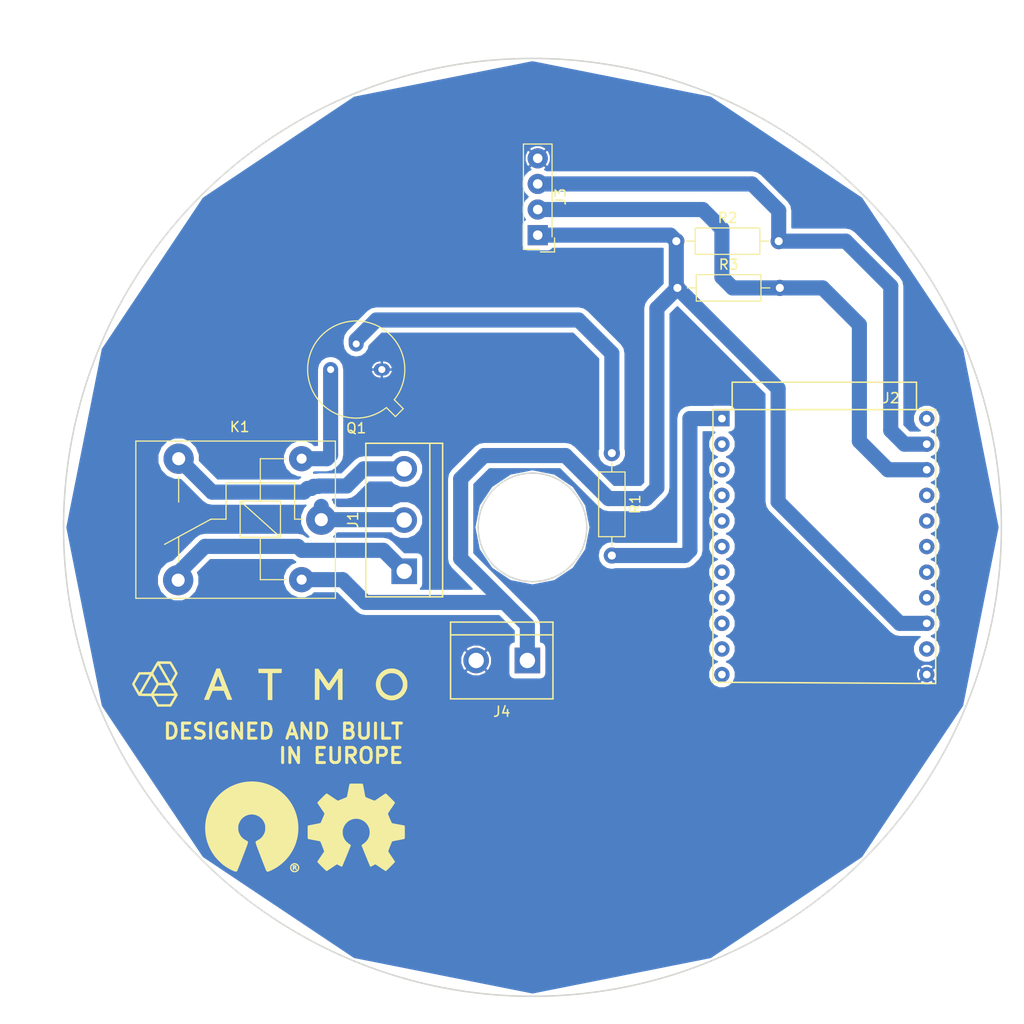
<source format=kicad_pcb>
(kicad_pcb (version 4) (host pcbnew 4.0.7)

  (general
    (links 18)
    (no_connects 0)
    (area 107.829373 43.821373 201.034627 137.026627)
    (thickness 1.6)
    (drawings 3)
    (tracks 72)
    (zones 0)
    (modules 12)
    (nets 28)
  )

  (page A4)
  (layers
    (0 F.Cu signal)
    (31 B.Cu signal)
    (33 F.Adhes user)
    (35 F.Paste user)
    (37 F.SilkS user)
    (39 F.Mask user)
    (40 Dwgs.User user)
    (41 Cmts.User user)
    (42 Eco1.User user)
    (43 Eco2.User user)
    (44 Edge.Cuts user)
    (45 Margin user)
    (47 F.CrtYd user)
    (49 F.Fab user)
  )

  (setup
    (last_trace_width 1.5)
    (trace_clearance 0.5)
    (zone_clearance 0.2)
    (zone_45_only no)
    (trace_min 0.2)
    (segment_width 0.2)
    (edge_width 0.15)
    (via_size 0.6)
    (via_drill 0.4)
    (via_min_size 0.4)
    (via_min_drill 0.3)
    (uvia_size 0.3)
    (uvia_drill 0.1)
    (uvias_allowed no)
    (uvia_min_size 0.2)
    (uvia_min_drill 0.1)
    (pcb_text_width 0.3)
    (pcb_text_size 1.5 1.5)
    (mod_edge_width 0.15)
    (mod_text_size 1 1)
    (mod_text_width 0.15)
    (pad_size 2.2352 2.2352)
    (pad_drill 1.016)
    (pad_to_mask_clearance 0.2)
    (aux_axis_origin 0 0)
    (visible_elements FFFFFF7F)
    (pcbplotparams
      (layerselection 0x01020_80000000)
      (usegerberextensions false)
      (excludeedgelayer true)
      (linewidth 0.100000)
      (plotframeref false)
      (viasonmask false)
      (mode 1)
      (useauxorigin false)
      (hpglpennumber 1)
      (hpglpenspeed 20)
      (hpglpendiameter 15)
      (hpglpenoverlay 2)
      (psnegative false)
      (psa4output false)
      (plotreference true)
      (plotvalue true)
      (plotinvisibletext false)
      (padsonsilk false)
      (subtractmaskfromsilk false)
      (outputformat 1)
      (mirror false)
      (drillshape 0)
      (scaleselection 1)
      (outputdirectory gerber/))
  )

  (net 0 "")
  (net 1 "Net-(J1-Pad1)")
  (net 2 "Net-(J1-Pad2)")
  (net 3 "Net-(J1-Pad3)")
  (net 4 RELAY_DRV)
  (net 5 "Net-(J2-Pad2)")
  (net 6 "Net-(J2-Pad3)")
  (net 7 I2C_THR_SDA)
  (net 8 "Net-(J2-Pad5)")
  (net 9 I2C_THR_SDL)
  (net 10 "Net-(J2-Pad7)")
  (net 11 "Net-(J2-Pad8)")
  (net 12 "Net-(J2-Pad9)")
  (net 13 "Net-(J2-Pad10)")
  (net 14 "Net-(J2-Pad11)")
  (net 15 "Net-(J2-Pad12)")
  (net 16 "Net-(J2-Pad13)")
  (net 17 "Net-(J2-Pad14)")
  (net 18 "Net-(J2-Pad15)")
  (net 19 "Net-(J2-Pad16)")
  (net 20 "Net-(J2-Pad17)")
  (net 21 +3V3)
  (net 22 "Net-(J2-Pad19)")
  (net 23 "Net-(J2-Pad20)")
  (net 24 "Net-(J2-Pad21)")
  (net 25 GND)
  (net 26 "Net-(D1-Pad2)")
  (net 27 "Net-(Q1-Pad2)")

  (net_class Default "This is the default net class."
    (clearance 0.5)
    (trace_width 1.5)
    (via_dia 0.6)
    (via_drill 0.4)
    (uvia_dia 0.3)
    (uvia_drill 0.1)
    (add_net +3V3)
    (add_net GND)
    (add_net I2C_THR_SDA)
    (add_net I2C_THR_SDL)
    (add_net "Net-(D1-Pad2)")
    (add_net "Net-(J1-Pad2)")
    (add_net "Net-(J2-Pad10)")
    (add_net "Net-(J2-Pad11)")
    (add_net "Net-(J2-Pad12)")
    (add_net "Net-(J2-Pad13)")
    (add_net "Net-(J2-Pad14)")
    (add_net "Net-(J2-Pad15)")
    (add_net "Net-(J2-Pad16)")
    (add_net "Net-(J2-Pad17)")
    (add_net "Net-(J2-Pad19)")
    (add_net "Net-(J2-Pad2)")
    (add_net "Net-(J2-Pad20)")
    (add_net "Net-(J2-Pad21)")
    (add_net "Net-(J2-Pad3)")
    (add_net "Net-(J2-Pad5)")
    (add_net "Net-(J2-Pad7)")
    (add_net "Net-(J2-Pad8)")
    (add_net "Net-(J2-Pad9)")
    (add_net "Net-(Q1-Pad2)")
    (add_net RELAY_DRV)
  )

  (net_class 2mm ""
    (clearance 0.5)
    (trace_width 1.5)
    (via_dia 0.6)
    (via_drill 0.4)
    (uvia_dia 0.3)
    (uvia_drill 0.1)
    (add_net "Net-(J1-Pad1)")
    (add_net "Net-(J1-Pad3)")
  )

  (module Connectors:bornier3 (layer F.Cu) (tedit 0) (tstamp 5AF90A38)
    (at 141.707 89.7 90)
    (descr "Bornier d'alimentation 3 pins")
    (tags DEV)
    (path /5AE7A355)
    (fp_text reference J1 (at 0 -5.08 90) (layer F.SilkS)
      (effects (font (size 1 1) (thickness 0.15)))
    )
    (fp_text value Conn_01x03 (at 0 5.08 90) (layer F.Fab)
      (effects (font (size 1 1) (thickness 0.15)))
    )
    (fp_line (start -7.62 3.81) (end -7.62 -3.81) (layer F.SilkS) (width 0.15))
    (fp_line (start 7.62 3.81) (end 7.62 -3.81) (layer F.SilkS) (width 0.15))
    (fp_line (start -7.62 2.54) (end 7.62 2.54) (layer F.SilkS) (width 0.15))
    (fp_line (start -7.62 -3.81) (end 7.62 -3.81) (layer F.SilkS) (width 0.15))
    (fp_line (start -7.62 3.81) (end 7.62 3.81) (layer F.SilkS) (width 0.15))
    (pad 1 thru_hole rect (at -5.08 0 90) (size 2.54 2.54) (drill 1.524) (layers *.Cu *.Mask)
      (net 1 "Net-(J1-Pad1)"))
    (pad 2 thru_hole circle (at 0 0 90) (size 2.54 2.54) (drill 1.524) (layers *.Cu *.Mask)
      (net 2 "Net-(J1-Pad2)"))
    (pad 3 thru_hole circle (at 5.08 0 90) (size 2.54 2.54) (drill 1.524) (layers *.Cu *.Mask)
      (net 3 "Net-(J1-Pad3)"))
    (model Connect.3dshapes/bornier3.wrl
      (at (xyz 0 0 0))
      (scale (xyz 1 1 1))
      (rotate (xyz 0 0 0))
    )
  )

  (module atmo:ESPRUINO_WIFI (layer F.Cu) (tedit 5AE8A0DD) (tstamp 5AF90A59)
    (at 173.228 79.629)
    (path /5AE77C59)
    (fp_text reference J2 (at 16.764 -2.032) (layer F.SilkS)
      (effects (font (size 1 1) (thickness 0.15)))
    )
    (fp_text value Conn_02x11_Odd_Even (at 7.112 -2.032) (layer F.Fab)
      (effects (font (size 1 1) (thickness 0.15)))
    )
    (fp_line (start 1.016 -3.609) (end 19.304 -3.609) (layer F.SilkS) (width 0.15))
    (fp_line (start 19.304 -1.016) (end 19.304 -3.609) (layer F.SilkS) (width 0.15))
    (fp_line (start 1.016 -1.016) (end 1.016 -3.609) (layer F.SilkS) (width 0.15))
    (fp_line (start -0.889 -0.889) (end 21.209 -0.889) (layer F.SilkS) (width 0.15))
    (fp_line (start 21.209 -0.889) (end 21.209 26.289) (layer F.SilkS) (width 0.15))
    (fp_line (start 21.209 26.289) (end -0.889 26.162) (layer F.SilkS) (width 0.15))
    (fp_line (start -0.889 26.162) (end -0.889 -0.889) (layer F.SilkS) (width 0.15))
    (pad 1 thru_hole rect (at 0 0) (size 1.524 1.524) (drill 0.762) (layers *.Cu *.Mask)
      (net 4 RELAY_DRV))
    (pad 2 thru_hole circle (at 20.32 0) (size 1.524 1.524) (drill 0.762) (layers *.Cu *.Mask)
      (net 5 "Net-(J2-Pad2)"))
    (pad 3 thru_hole circle (at 0 2.54) (size 1.524 1.524) (drill 0.762) (layers *.Cu *.Mask)
      (net 6 "Net-(J2-Pad3)"))
    (pad 4 thru_hole circle (at 20.32 2.54) (size 1.524 1.524) (drill 0.762) (layers *.Cu *.Mask)
      (net 7 I2C_THR_SDA))
    (pad 5 thru_hole circle (at 0 5.08) (size 1.524 1.524) (drill 0.762) (layers *.Cu *.Mask)
      (net 8 "Net-(J2-Pad5)"))
    (pad 6 thru_hole circle (at 20.32 5.08) (size 1.524 1.524) (drill 0.762) (layers *.Cu *.Mask)
      (net 9 I2C_THR_SDL))
    (pad 7 thru_hole circle (at 0 7.62) (size 1.524 1.524) (drill 0.762) (layers *.Cu *.Mask)
      (net 10 "Net-(J2-Pad7)"))
    (pad 8 thru_hole circle (at 20.32 7.62) (size 1.524 1.524) (drill 0.762) (layers *.Cu *.Mask)
      (net 11 "Net-(J2-Pad8)"))
    (pad 9 thru_hole circle (at 0 10.16) (size 1.524 1.524) (drill 0.762) (layers *.Cu *.Mask)
      (net 12 "Net-(J2-Pad9)"))
    (pad 10 thru_hole circle (at 20.32 10.16) (size 1.524 1.524) (drill 0.762) (layers *.Cu *.Mask)
      (net 13 "Net-(J2-Pad10)"))
    (pad 11 thru_hole circle (at 0 12.7) (size 1.524 1.524) (drill 0.762) (layers *.Cu *.Mask)
      (net 14 "Net-(J2-Pad11)"))
    (pad 12 thru_hole circle (at 20.32 12.7) (size 1.524 1.524) (drill 0.762) (layers *.Cu *.Mask)
      (net 15 "Net-(J2-Pad12)"))
    (pad 13 thru_hole circle (at 0 15.24) (size 1.524 1.524) (drill 0.762) (layers *.Cu *.Mask)
      (net 16 "Net-(J2-Pad13)"))
    (pad 14 thru_hole circle (at 20.32 15.24) (size 1.524 1.524) (drill 0.762) (layers *.Cu *.Mask)
      (net 17 "Net-(J2-Pad14)"))
    (pad 15 thru_hole circle (at 0 17.78) (size 1.524 1.524) (drill 0.762) (layers *.Cu *.Mask)
      (net 18 "Net-(J2-Pad15)"))
    (pad 16 thru_hole circle (at 20.32 17.78) (size 1.524 1.524) (drill 0.762) (layers *.Cu *.Mask)
      (net 19 "Net-(J2-Pad16)"))
    (pad 17 thru_hole circle (at 0 20.32) (size 1.524 1.524) (drill 0.762) (layers *.Cu *.Mask)
      (net 20 "Net-(J2-Pad17)"))
    (pad 18 thru_hole circle (at 20.32 20.32) (size 1.524 1.524) (drill 0.762) (layers *.Cu *.Mask)
      (net 21 +3V3))
    (pad 19 thru_hole circle (at 0 22.86) (size 1.524 1.524) (drill 0.762) (layers *.Cu *.Mask)
      (net 22 "Net-(J2-Pad19)"))
    (pad 20 thru_hole circle (at 20.32 22.86) (size 1.524 1.524) (drill 0.762) (layers *.Cu *.Mask)
      (net 23 "Net-(J2-Pad20)"))
    (pad 21 thru_hole circle (at 0 25.4) (size 1.524 1.524) (drill 0.762) (layers *.Cu *.Mask)
      (net 24 "Net-(J2-Pad21)"))
    (pad 22 thru_hole circle (at 20.32 25.4) (size 1.524 1.524) (drill 0.762) (layers *.Cu *.Mask)
      (net 25 GND))
  )

  (module Connectors_Samtec:SL-104-X-XX_1x04 (layer F.Cu) (tedit 590274D5) (tstamp 5AF90A7A)
    (at 154.953 61.43 180)
    (descr "Low profile, screw machine socket strip, through hole, 100mil / 2.54mm pitch")
    (tags "samtec socket strip tht single")
    (path /5AE78E0A)
    (fp_text reference J3 (at -2.27 3.81 270) (layer F.SilkS)
      (effects (font (size 1 1) (thickness 0.15)))
    )
    (fp_text value Conn_01x04 (at 2.27 3.81 270) (layer F.Fab)
      (effects (font (size 1 1) (thickness 0.15)))
    )
    (fp_line (start -0.17 -1.42) (end 1.42 -1.42) (layer F.SilkS) (width 0.12))
    (fp_line (start 1.42 -1.42) (end 1.42 9.04) (layer F.SilkS) (width 0.12))
    (fp_line (start 1.42 9.04) (end -1.42 9.04) (layer F.SilkS) (width 0.12))
    (fp_line (start -1.42 9.04) (end -1.42 -0.17) (layer F.SilkS) (width 0.12))
    (fp_line (start -0.27 -1.67) (end -1.67 -1.67) (layer F.SilkS) (width 0.12))
    (fp_line (start -1.67 -1.67) (end -1.67 -0.27) (layer F.SilkS) (width 0.12))
    (fp_line (start -0.27 -1.67) (end -1.67 -1.67) (layer F.Fab) (width 0.1))
    (fp_line (start -1.67 -1.67) (end -1.67 -0.27) (layer F.Fab) (width 0.1))
    (fp_line (start -1.27 -1.27) (end -1.27 8.89) (layer F.Fab) (width 0.1))
    (fp_line (start -1.27 8.89) (end 1.27 8.89) (layer F.Fab) (width 0.1))
    (fp_line (start 1.27 8.89) (end 1.27 -1.27) (layer F.Fab) (width 0.1))
    (fp_line (start 1.27 -1.27) (end -1.27 -1.27) (layer F.Fab) (width 0.1))
    (fp_line (start -1.77 -1.77) (end -1.77 9.39) (layer F.CrtYd) (width 0.05))
    (fp_line (start -1.77 9.39) (end 1.77 9.39) (layer F.CrtYd) (width 0.05))
    (fp_line (start 1.77 9.39) (end 1.77 -1.77) (layer F.CrtYd) (width 0.05))
    (fp_line (start 1.77 -1.77) (end -1.77 -1.77) (layer F.CrtYd) (width 0.05))
    (fp_line (start -1.27 1.27) (end -1.07 1.27) (layer F.Fab) (width 0.1))
    (fp_line (start 1.27 1.27) (end 1.07 1.27) (layer F.Fab) (width 0.1))
    (fp_line (start -1.27 3.81) (end -1.07 3.81) (layer F.Fab) (width 0.1))
    (fp_line (start 1.27 3.81) (end 1.07 3.81) (layer F.Fab) (width 0.1))
    (fp_line (start -1.27 6.35) (end -1.07 6.35) (layer F.Fab) (width 0.1))
    (fp_line (start 1.27 6.35) (end 1.07 6.35) (layer F.Fab) (width 0.1))
    (fp_line (start -1.27 8.89) (end -1.07 8.89) (layer F.Fab) (width 0.1))
    (fp_line (start 1.27 8.89) (end 1.07 8.89) (layer F.Fab) (width 0.1))
    (fp_text user %R (at 0 3.81 270) (layer F.Fab)
      (effects (font (size 1 1) (thickness 0.15)))
    )
    (pad 1 thru_hole rect (at 0 0 180) (size 2 2) (drill 0.95) (layers *.Cu *.Mask)
      (net 21 +3V3))
    (pad 2 thru_hole circle (at 0 2.54 180) (size 2 2) (drill 0.95) (layers *.Cu *.Mask)
      (net 9 I2C_THR_SDL))
    (pad 3 thru_hole circle (at 0 5.08 180) (size 2 2) (drill 0.95) (layers *.Cu *.Mask)
      (net 7 I2C_THR_SDA))
    (pad 4 thru_hole circle (at 0 7.62 180) (size 2 2) (drill 0.95) (layers *.Cu *.Mask)
      (net 25 GND))
    (model ${KISYS3DMOD}/Connectors_Samtec.3dshapes/SL-104-X-XX_1x04.wrl
      (at (xyz 0 0 0))
      (scale (xyz 1 1 1))
      (rotate (xyz 0 0 0))
    )
  )

  (module Connectors:bornier2 (layer F.Cu) (tedit 0) (tstamp 5AF90A85)
    (at 151.384 103.632 180)
    (descr "Bornier d'alimentation 2 pins")
    (tags DEV)
    (path /5AEF1FCE)
    (fp_text reference J4 (at 0 -5.08 180) (layer F.SilkS)
      (effects (font (size 1 1) (thickness 0.15)))
    )
    (fp_text value Conn_01x02 (at 0 5.08 180) (layer F.Fab)
      (effects (font (size 1 1) (thickness 0.15)))
    )
    (fp_line (start 5.08 2.54) (end -5.08 2.54) (layer F.SilkS) (width 0.15))
    (fp_line (start 5.08 3.81) (end 5.08 -3.81) (layer F.SilkS) (width 0.15))
    (fp_line (start 5.08 -3.81) (end -5.08 -3.81) (layer F.SilkS) (width 0.15))
    (fp_line (start -5.08 -3.81) (end -5.08 3.81) (layer F.SilkS) (width 0.15))
    (fp_line (start -5.08 3.81) (end 5.08 3.81) (layer F.SilkS) (width 0.15))
    (pad 1 thru_hole rect (at -2.54 0 180) (size 2.54 2.54) (drill 1.524) (layers *.Cu *.Mask)
      (net 21 +3V3))
    (pad 2 thru_hole circle (at 2.54 0 180) (size 2.54 2.54) (drill 1.524) (layers *.Cu *.Mask)
      (net 25 GND))
    (model Connect.3dshapes/bornier2.wrl
      (at (xyz 0 0 0))
      (scale (xyz 1 1 1))
      (rotate (xyz 0 0 0))
    )
  )

  (module TO_SOT_Packages_THT:TO-39-3 (layer F.Cu) (tedit 58CE52AE) (tstamp 5AF90ACE)
    (at 139.484 74.765 180)
    (descr TO-39-3)
    (tags TO-39-3)
    (path /5AE79571)
    (fp_text reference Q1 (at 2.54 -5.82 180) (layer F.SilkS)
      (effects (font (size 1 1) (thickness 0.15)))
    )
    (fp_text value 2N2219 (at 2.54 5.82 180) (layer F.Fab)
      (effects (font (size 1 1) (thickness 0.15)))
    )
    (fp_text user %R (at 2.54 -5.82 180) (layer F.Fab)
      (effects (font (size 1 1) (thickness 0.15)))
    )
    (fp_line (start -0.465408 -3.61352) (end -1.27151 -4.419621) (layer F.Fab) (width 0.1))
    (fp_line (start -1.27151 -4.419621) (end -1.879621 -3.81151) (layer F.Fab) (width 0.1))
    (fp_line (start -1.879621 -3.81151) (end -1.07352 -3.005408) (layer F.Fab) (width 0.1))
    (fp_line (start -0.457084 -3.774902) (end -1.348039 -4.665856) (layer F.SilkS) (width 0.12))
    (fp_line (start -1.348039 -4.665856) (end -2.125856 -3.888039) (layer F.SilkS) (width 0.12))
    (fp_line (start -2.125856 -3.888039) (end -1.234902 -2.997084) (layer F.SilkS) (width 0.12))
    (fp_line (start -2.41 -4.95) (end -2.41 4.95) (layer F.CrtYd) (width 0.05))
    (fp_line (start -2.41 4.95) (end 7.49 4.95) (layer F.CrtYd) (width 0.05))
    (fp_line (start 7.49 4.95) (end 7.49 -4.95) (layer F.CrtYd) (width 0.05))
    (fp_line (start 7.49 -4.95) (end -2.41 -4.95) (layer F.CrtYd) (width 0.05))
    (fp_circle (center 2.54 0) (end 6.79 0) (layer F.Fab) (width 0.1))
    (fp_arc (start 2.54 0) (end -0.465408 -3.61352) (angle 349.5) (layer F.Fab) (width 0.1))
    (fp_arc (start 2.54 0) (end -0.457084 -3.774902) (angle 346.9) (layer F.SilkS) (width 0.12))
    (pad 1 thru_hole oval (at 0 0 180) (size 1.6 1.2) (drill 0.7) (layers *.Cu *.Mask)
      (net 25 GND))
    (pad 2 thru_hole oval (at 2.54 2.54 180) (size 1.2 1.2) (drill 0.7) (layers *.Cu *.Mask)
      (net 27 "Net-(Q1-Pad2)"))
    (pad 3 thru_hole oval (at 5.08 0 180) (size 1.2 1.2) (drill 0.7) (layers *.Cu *.Mask)
      (net 26 "Net-(D1-Pad2)"))
    (model ${KISYS3DMOD}/TO_SOT_Packages_THT.3dshapes/TO-39-3.wrl
      (at (xyz 0 0 0))
      (scale (xyz 0.393701 0.393701 0.393701))
      (rotate (xyz 0 0 0))
    )
  )

  (module Resistors_THT:R_Axial_DIN0207_L6.3mm_D2.5mm_P10.16mm_Horizontal (layer F.Cu) (tedit 5874F706) (tstamp 5AF90AE4)
    (at 162.306 83.058 270)
    (descr "Resistor, Axial_DIN0207 series, Axial, Horizontal, pin pitch=10.16mm, 0.25W = 1/4W, length*diameter=6.3*2.5mm^2, http://cdn-reichelt.de/documents/datenblatt/B400/1_4W%23YAG.pdf")
    (tags "Resistor Axial_DIN0207 series Axial Horizontal pin pitch 10.16mm 0.25W = 1/4W length 6.3mm diameter 2.5mm")
    (path /5AE7960E)
    (fp_text reference R1 (at 5.08 -2.31 270) (layer F.SilkS)
      (effects (font (size 1 1) (thickness 0.15)))
    )
    (fp_text value 10K (at 5.08 2.31 270) (layer F.Fab)
      (effects (font (size 1 1) (thickness 0.15)))
    )
    (fp_line (start 1.93 -1.25) (end 1.93 1.25) (layer F.Fab) (width 0.1))
    (fp_line (start 1.93 1.25) (end 8.23 1.25) (layer F.Fab) (width 0.1))
    (fp_line (start 8.23 1.25) (end 8.23 -1.25) (layer F.Fab) (width 0.1))
    (fp_line (start 8.23 -1.25) (end 1.93 -1.25) (layer F.Fab) (width 0.1))
    (fp_line (start 0 0) (end 1.93 0) (layer F.Fab) (width 0.1))
    (fp_line (start 10.16 0) (end 8.23 0) (layer F.Fab) (width 0.1))
    (fp_line (start 1.87 -1.31) (end 1.87 1.31) (layer F.SilkS) (width 0.12))
    (fp_line (start 1.87 1.31) (end 8.29 1.31) (layer F.SilkS) (width 0.12))
    (fp_line (start 8.29 1.31) (end 8.29 -1.31) (layer F.SilkS) (width 0.12))
    (fp_line (start 8.29 -1.31) (end 1.87 -1.31) (layer F.SilkS) (width 0.12))
    (fp_line (start 0.98 0) (end 1.87 0) (layer F.SilkS) (width 0.12))
    (fp_line (start 9.18 0) (end 8.29 0) (layer F.SilkS) (width 0.12))
    (fp_line (start -1.05 -1.6) (end -1.05 1.6) (layer F.CrtYd) (width 0.05))
    (fp_line (start -1.05 1.6) (end 11.25 1.6) (layer F.CrtYd) (width 0.05))
    (fp_line (start 11.25 1.6) (end 11.25 -1.6) (layer F.CrtYd) (width 0.05))
    (fp_line (start 11.25 -1.6) (end -1.05 -1.6) (layer F.CrtYd) (width 0.05))
    (pad 1 thru_hole circle (at 0 0 270) (size 1.6 1.6) (drill 0.8) (layers *.Cu *.Mask)
      (net 27 "Net-(Q1-Pad2)"))
    (pad 2 thru_hole oval (at 10.16 0 270) (size 1.6 1.6) (drill 0.8) (layers *.Cu *.Mask)
      (net 4 RELAY_DRV))
    (model ${KISYS3DMOD}/Resistors_THT.3dshapes/R_Axial_DIN0207_L6.3mm_D2.5mm_P10.16mm_Horizontal.wrl
      (at (xyz 0 0 0))
      (scale (xyz 0.393701 0.393701 0.393701))
      (rotate (xyz 0 0 0))
    )
  )

  (module Resistors_THT:R_Axial_DIN0207_L6.3mm_D2.5mm_P10.16mm_Horizontal (layer F.Cu) (tedit 5874F706) (tstamp 5AF90AFA)
    (at 168.702 62.027)
    (descr "Resistor, Axial_DIN0207 series, Axial, Horizontal, pin pitch=10.16mm, 0.25W = 1/4W, length*diameter=6.3*2.5mm^2, http://cdn-reichelt.de/documents/datenblatt/B400/1_4W%23YAG.pdf")
    (tags "Resistor Axial_DIN0207 series Axial Horizontal pin pitch 10.16mm 0.25W = 1/4W length 6.3mm diameter 2.5mm")
    (path /5AE78FBF)
    (fp_text reference R2 (at 5.08 -2.31) (layer F.SilkS)
      (effects (font (size 1 1) (thickness 0.15)))
    )
    (fp_text value 4K7 (at 5.08 2.31) (layer F.Fab)
      (effects (font (size 1 1) (thickness 0.15)))
    )
    (fp_line (start 1.93 -1.25) (end 1.93 1.25) (layer F.Fab) (width 0.1))
    (fp_line (start 1.93 1.25) (end 8.23 1.25) (layer F.Fab) (width 0.1))
    (fp_line (start 8.23 1.25) (end 8.23 -1.25) (layer F.Fab) (width 0.1))
    (fp_line (start 8.23 -1.25) (end 1.93 -1.25) (layer F.Fab) (width 0.1))
    (fp_line (start 0 0) (end 1.93 0) (layer F.Fab) (width 0.1))
    (fp_line (start 10.16 0) (end 8.23 0) (layer F.Fab) (width 0.1))
    (fp_line (start 1.87 -1.31) (end 1.87 1.31) (layer F.SilkS) (width 0.12))
    (fp_line (start 1.87 1.31) (end 8.29 1.31) (layer F.SilkS) (width 0.12))
    (fp_line (start 8.29 1.31) (end 8.29 -1.31) (layer F.SilkS) (width 0.12))
    (fp_line (start 8.29 -1.31) (end 1.87 -1.31) (layer F.SilkS) (width 0.12))
    (fp_line (start 0.98 0) (end 1.87 0) (layer F.SilkS) (width 0.12))
    (fp_line (start 9.18 0) (end 8.29 0) (layer F.SilkS) (width 0.12))
    (fp_line (start -1.05 -1.6) (end -1.05 1.6) (layer F.CrtYd) (width 0.05))
    (fp_line (start -1.05 1.6) (end 11.25 1.6) (layer F.CrtYd) (width 0.05))
    (fp_line (start 11.25 1.6) (end 11.25 -1.6) (layer F.CrtYd) (width 0.05))
    (fp_line (start 11.25 -1.6) (end -1.05 -1.6) (layer F.CrtYd) (width 0.05))
    (pad 1 thru_hole circle (at 0 0) (size 1.6 1.6) (drill 0.8) (layers *.Cu *.Mask)
      (net 21 +3V3))
    (pad 2 thru_hole oval (at 10.16 0) (size 1.6 1.6) (drill 0.8) (layers *.Cu *.Mask)
      (net 7 I2C_THR_SDA))
    (model ${KISYS3DMOD}/Resistors_THT.3dshapes/R_Axial_DIN0207_L6.3mm_D2.5mm_P10.16mm_Horizontal.wrl
      (at (xyz 0 0 0))
      (scale (xyz 0.393701 0.393701 0.393701))
      (rotate (xyz 0 0 0))
    )
  )

  (module Resistors_THT:R_Axial_DIN0207_L6.3mm_D2.5mm_P10.16mm_Horizontal (layer F.Cu) (tedit 5874F706) (tstamp 5AF90B10)
    (at 168.813 66.665)
    (descr "Resistor, Axial_DIN0207 series, Axial, Horizontal, pin pitch=10.16mm, 0.25W = 1/4W, length*diameter=6.3*2.5mm^2, http://cdn-reichelt.de/documents/datenblatt/B400/1_4W%23YAG.pdf")
    (tags "Resistor Axial_DIN0207 series Axial Horizontal pin pitch 10.16mm 0.25W = 1/4W length 6.3mm diameter 2.5mm")
    (path /5AE79007)
    (fp_text reference R3 (at 5.08 -2.31) (layer F.SilkS)
      (effects (font (size 1 1) (thickness 0.15)))
    )
    (fp_text value 4K7 (at 5.08 2.31) (layer F.Fab)
      (effects (font (size 1 1) (thickness 0.15)))
    )
    (fp_line (start 1.93 -1.25) (end 1.93 1.25) (layer F.Fab) (width 0.1))
    (fp_line (start 1.93 1.25) (end 8.23 1.25) (layer F.Fab) (width 0.1))
    (fp_line (start 8.23 1.25) (end 8.23 -1.25) (layer F.Fab) (width 0.1))
    (fp_line (start 8.23 -1.25) (end 1.93 -1.25) (layer F.Fab) (width 0.1))
    (fp_line (start 0 0) (end 1.93 0) (layer F.Fab) (width 0.1))
    (fp_line (start 10.16 0) (end 8.23 0) (layer F.Fab) (width 0.1))
    (fp_line (start 1.87 -1.31) (end 1.87 1.31) (layer F.SilkS) (width 0.12))
    (fp_line (start 1.87 1.31) (end 8.29 1.31) (layer F.SilkS) (width 0.12))
    (fp_line (start 8.29 1.31) (end 8.29 -1.31) (layer F.SilkS) (width 0.12))
    (fp_line (start 8.29 -1.31) (end 1.87 -1.31) (layer F.SilkS) (width 0.12))
    (fp_line (start 0.98 0) (end 1.87 0) (layer F.SilkS) (width 0.12))
    (fp_line (start 9.18 0) (end 8.29 0) (layer F.SilkS) (width 0.12))
    (fp_line (start -1.05 -1.6) (end -1.05 1.6) (layer F.CrtYd) (width 0.05))
    (fp_line (start -1.05 1.6) (end 11.25 1.6) (layer F.CrtYd) (width 0.05))
    (fp_line (start 11.25 1.6) (end 11.25 -1.6) (layer F.CrtYd) (width 0.05))
    (fp_line (start 11.25 -1.6) (end -1.05 -1.6) (layer F.CrtYd) (width 0.05))
    (pad 1 thru_hole circle (at 0 0) (size 1.6 1.6) (drill 0.8) (layers *.Cu *.Mask)
      (net 21 +3V3))
    (pad 2 thru_hole oval (at 10.16 0) (size 1.6 1.6) (drill 0.8) (layers *.Cu *.Mask)
      (net 9 I2C_THR_SDL))
    (model ${KISYS3DMOD}/Resistors_THT.3dshapes/R_Axial_DIN0207_L6.3mm_D2.5mm_P10.16mm_Horizontal.wrl
      (at (xyz 0 0 0))
      (scale (xyz 0.393701 0.393701 0.393701))
      (rotate (xyz 0 0 0))
    )
  )

  (module Relays_THT:Relay_SPDT_SANYOU_SRD_Series_Form_C (layer F.Cu) (tedit 58FA3148) (tstamp 5AEF5F66)
    (at 133.477 89.662 180)
    (descr "relay Sanyou SRD series Form C http://www.sanyourelay.ca/public/products/pdf/SRD.pdf")
    (tags "relay Sanyu SRD form C")
    (path /5AEF2DC4)
    (fp_text reference K1 (at 8.1 9.2 180) (layer F.SilkS)
      (effects (font (size 1 1) (thickness 0.15)))
    )
    (fp_text value SANYOU_SRD_Form_C (at 8 -9.6 180) (layer F.Fab)
      (effects (font (size 1 1) (thickness 0.15)))
    )
    (fp_line (start -1.4 1.2) (end -1.4 7.8) (layer F.SilkS) (width 0.12))
    (fp_line (start -1.4 -7.8) (end -1.4 -1.2) (layer F.SilkS) (width 0.12))
    (fp_line (start -1.4 -7.8) (end 18.4 -7.8) (layer F.SilkS) (width 0.12))
    (fp_line (start 18.4 -7.8) (end 18.4 7.8) (layer F.SilkS) (width 0.12))
    (fp_line (start 18.4 7.8) (end -1.4 7.8) (layer F.SilkS) (width 0.12))
    (fp_text user 1 (at 0 -2.3 180) (layer F.Fab)
      (effects (font (size 1 1) (thickness 0.15)))
    )
    (fp_line (start -1.3 -7.7) (end 18.3 -7.7) (layer F.Fab) (width 0.12))
    (fp_line (start 18.3 -7.7) (end 18.3 7.7) (layer F.Fab) (width 0.12))
    (fp_line (start 18.3 7.7) (end -1.3 7.7) (layer F.Fab) (width 0.12))
    (fp_line (start -1.3 7.7) (end -1.3 -7.7) (layer F.Fab) (width 0.12))
    (fp_text user %R (at 7.1 0.025 180) (layer F.Fab)
      (effects (font (size 1 1) (thickness 0.15)))
    )
    (fp_line (start 18.55 -7.95) (end -1.55 -7.95) (layer F.CrtYd) (width 0.05))
    (fp_line (start -1.55 7.95) (end -1.55 -7.95) (layer F.CrtYd) (width 0.05))
    (fp_line (start 18.55 -7.95) (end 18.55 7.95) (layer F.CrtYd) (width 0.05))
    (fp_line (start -1.55 7.95) (end 18.55 7.95) (layer F.CrtYd) (width 0.05))
    (fp_line (start 14.15 4.2) (end 14.15 1.75) (layer F.SilkS) (width 0.12))
    (fp_line (start 14.15 -4.2) (end 14.15 -1.7) (layer F.SilkS) (width 0.12))
    (fp_line (start 3.55 6.05) (end 6.05 6.05) (layer F.SilkS) (width 0.12))
    (fp_line (start 2.65 0.05) (end 1.85 0.05) (layer F.SilkS) (width 0.12))
    (fp_line (start 6.05 -5.95) (end 3.55 -5.95) (layer F.SilkS) (width 0.12))
    (fp_line (start 9.45 0.05) (end 10.95 0.05) (layer F.SilkS) (width 0.12))
    (fp_line (start 10.95 0.05) (end 15.55 -2.45) (layer F.SilkS) (width 0.12))
    (fp_line (start 9.45 3.65) (end 2.65 3.65) (layer F.SilkS) (width 0.12))
    (fp_line (start 9.45 0.05) (end 9.45 3.65) (layer F.SilkS) (width 0.12))
    (fp_line (start 2.65 0.05) (end 2.65 3.65) (layer F.SilkS) (width 0.12))
    (fp_line (start 6.05 -5.95) (end 6.05 -1.75) (layer F.SilkS) (width 0.12))
    (fp_line (start 6.05 1.85) (end 6.05 6.05) (layer F.SilkS) (width 0.12))
    (fp_line (start 8.05 1.85) (end 4.05 -1.75) (layer F.SilkS) (width 0.12))
    (fp_line (start 4.05 1.85) (end 4.05 -1.75) (layer F.SilkS) (width 0.12))
    (fp_line (start 4.05 -1.75) (end 8.05 -1.75) (layer F.SilkS) (width 0.12))
    (fp_line (start 8.05 -1.75) (end 8.05 1.85) (layer F.SilkS) (width 0.12))
    (fp_line (start 8.05 1.85) (end 4.05 1.85) (layer F.SilkS) (width 0.12))
    (pad 2 thru_hole circle (at 1.95 6.05 270) (size 2.5 2.5) (drill 1) (layers *.Cu *.Mask)
      (net 26 "Net-(D1-Pad2)"))
    (pad 3 thru_hole circle (at 14.15 6.05 270) (size 3 3) (drill 1.3) (layers *.Cu *.Mask)
      (net 3 "Net-(J1-Pad3)"))
    (pad 4 thru_hole circle (at 14.2 -6 270) (size 3 3) (drill 1.3) (layers *.Cu *.Mask)
      (net 1 "Net-(J1-Pad1)"))
    (pad 5 thru_hole circle (at 1.95 -5.95 270) (size 2.5 2.5) (drill 1) (layers *.Cu *.Mask)
      (net 21 +3V3))
    (pad 1 thru_hole circle (at 0 0 270) (size 3 3) (drill 1.3) (layers *.Cu *.Mask)
      (net 2 "Net-(J1-Pad2)"))
    (model ${KISYS3DMOD}/Relays_THT.3dshapes/Relay_SPDT_SANYOU_SRD_Series_Form_C.wrl
      (at (xyz 0 0 0))
      (scale (xyz 1 1 1))
      (rotate (xyz 0 0 0))
    )
  )

  (module atmo:ATMO-5 (layer F.Cu) (tedit 5A31B8B3) (tstamp 5AF038C8)
    (at 128.356 105.948)
    (fp_text reference "" (at 0 0 90) (layer F.SilkS) hide
      (effects (font (thickness 0.3)))
    )
    (fp_text value "" (at 0.75 0) (layer F.SilkS) hide
      (effects (font (thickness 0.3)))
    )
    (fp_poly (pts (xy -10.477767 -2.228403) (xy -10.302108 -2.228042) (xy -10.156931 -2.227058) (xy -10.039948 -2.22538)
      (xy -9.948874 -2.222941) (xy -9.881421 -2.21967) (xy -9.835301 -2.215498) (xy -9.808228 -2.210356)
      (xy -9.802042 -2.20792) (xy -9.783991 -2.188588) (xy -9.752489 -2.144303) (xy -9.709753 -2.078898)
      (xy -9.658004 -1.996204) (xy -9.599459 -1.900055) (xy -9.536338 -1.794281) (xy -9.470859 -1.682716)
      (xy -9.405242 -1.569191) (xy -9.341706 -1.457539) (xy -9.282469 -1.351591) (xy -9.229751 -1.255181)
      (xy -9.18577 -1.172139) (xy -9.152746 -1.106299) (xy -9.132896 -1.061492) (xy -9.127987 -1.043806)
      (xy -9.136566 -1.014561) (xy -9.162376 -0.958118) (xy -9.205144 -0.874987) (xy -9.264601 -0.765681)
      (xy -9.340476 -0.630712) (xy -9.417118 -0.497158) (xy -9.484379 -0.380297) (xy -9.546088 -0.272062)
      (xy -9.600382 -0.175798) (xy -9.645397 -0.094853) (xy -9.679271 -0.032575) (xy -9.700139 0.00769)
      (xy -9.706266 0.022262) (xy -9.69823 0.040441) (xy -9.67558 0.083475) (xy -9.640238 0.147917)
      (xy -9.594126 0.230326) (xy -9.539167 0.327257) (xy -9.477282 0.435267) (xy -9.430753 0.515826)
      (xy -9.348804 0.657301) (xy -9.281905 0.773294) (xy -9.22872 0.866703) (xy -9.187911 0.94043)
      (xy -9.158141 0.997374) (xy -9.138073 1.040435) (xy -9.126369 1.072513) (xy -9.121692 1.096509)
      (xy -9.122706 1.115323) (xy -9.128073 1.131854) (xy -9.136455 1.149002) (xy -9.137687 1.151409)
      (xy -9.155166 1.183741) (xy -9.186191 1.239155) (xy -9.228399 1.313569) (xy -9.279429 1.4029)
      (xy -9.33692 1.503063) (xy -9.398508 1.609977) (xy -9.461832 1.719558) (xy -9.524531 1.827722)
      (xy -9.584243 1.930387) (xy -9.638606 2.02347) (xy -9.685258 2.102887) (xy -9.721837 2.164556)
      (xy -9.745981 2.204392) (xy -9.753684 2.216355) (xy -9.785329 2.261419) (xy -11.143633 2.261419)
      (xy -11.197671 2.175387) (xy -11.219529 2.139371) (xy -11.255098 2.0793) (xy -11.301817 1.999567)
      (xy -11.357122 1.904564) (xy -11.418452 1.798685) (xy -11.483243 1.686322) (xy -11.503127 1.651736)
      (xy -11.751345 1.219686) (xy -11.48107 1.219686) (xy -11.480342 1.223671) (xy -11.469636 1.244671)
      (xy -11.444746 1.290072) (xy -11.407906 1.355906) (xy -11.361348 1.438209) (xy -11.307306 1.533014)
      (xy -11.248014 1.636356) (xy -11.245073 1.641465) (xy -11.020323 2.031847) (xy -9.910037 2.023807)
      (xy -9.73487 1.720645) (xy -9.678195 1.62238) (xy -9.622836 1.526073) (xy -9.572436 1.438086)
      (xy -9.530637 1.364779) (xy -9.501082 1.312512) (xy -9.497925 1.306871) (xy -9.436147 1.196258)
      (xy -10.463504 1.196258) (xy -10.67282 1.196305) (xy -10.851701 1.196489) (xy -11.002485 1.196871)
      (xy -11.127511 1.197516) (xy -11.229117 1.198487) (xy -11.309643 1.199845) (xy -11.371427 1.201656)
      (xy -11.416808 1.203981) (xy -11.448124 1.206883) (xy -11.467714 1.210426) (xy -11.477916 1.214673)
      (xy -11.48107 1.219686) (xy -11.751345 1.219686) (xy -11.754544 1.214118) (xy -12.365996 1.209285)
      (xy -12.527169 1.207846) (xy -12.658616 1.206232) (xy -12.763385 1.204304) (xy -12.844525 1.20192)
      (xy -12.905085 1.198938) (xy -12.948111 1.195217) (xy -12.976654 1.190617) (xy -12.99376 1.184996)
      (xy -13.001069 1.179871) (xy -13.019392 1.154952) (xy -13.050574 1.106008) (xy -13.092468 1.036861)
      (xy -13.137688 0.960214) (xy -12.716387 0.960214) (xy -12.700679 0.961901) (xy -12.656272 0.96343)
      (xy -12.587241 0.964743) (xy -12.49766 0.965785) (xy -12.391605 0.966497) (xy -12.273149 0.966824)
      (xy -12.241367 0.966839) (xy -11.766347 0.966839) (xy -11.488737 0.966839) (xy -10.472046 0.966839)
      (xy -10.292852 0.966677) (xy -10.123726 0.966211) (xy -9.967454 0.965468) (xy -9.826822 0.964477)
      (xy -9.704614 0.963266) (xy -9.603615 0.961864) (xy -9.526612 0.960299) (xy -9.476389 0.958599)
      (xy -9.455731 0.956792) (xy -9.455355 0.95651) (xy -9.458981 0.947474) (xy -9.470582 0.925108)
      (xy -9.49124 0.887511) (xy -9.52204 0.832779) (xy -9.564063 0.759012) (xy -9.618393 0.664305)
      (xy -9.686114 0.546757) (xy -9.768309 0.404464) (xy -9.853118 0.257881) (xy -9.917276 0.147052)
      (xy -11.017804 0.155678) (xy -11.212812 0.491613) (xy -11.270433 0.590875) (xy -11.324869 0.684644)
      (xy -11.373186 0.76787) (xy -11.412453 0.835502) (xy -11.439738 0.882491) (xy -11.448278 0.897194)
      (xy -11.488737 0.966839) (xy -11.766347 0.966839) (xy -11.728065 0.905387) (xy -11.709996 0.875304)
      (xy -11.678124 0.8211) (xy -11.634954 0.747082) (xy -11.58299 0.657557) (xy -11.524739 0.556833)
      (xy -11.462704 0.449216) (xy -11.455554 0.436791) (xy -11.386339 0.315928) (xy -11.332309 0.220054)
      (xy -11.2919 0.145987) (xy -11.263546 0.090548) (xy -11.245681 0.050555) (xy -11.236741 0.022827)
      (xy -11.23516 0.004184) (xy -11.237819 -0.00566) (xy -11.250229 -0.028886) (xy -11.276787 -0.076322)
      (xy -11.315148 -0.143856) (xy -11.362966 -0.227377) (xy -11.417895 -0.322773) (xy -11.476047 -0.42327)
      (xy -11.697782 -0.805573) (xy -11.786891 -0.65269) (xy -11.828581 -0.581024) (xy -11.884997 -0.483831)
      (xy -11.954483 -0.36397) (xy -12.035384 -0.2243) (xy -12.126044 -0.067682) (xy -12.224807 0.103025)
      (xy -12.330019 0.284962) (xy -12.440023 0.475269) (xy -12.509555 0.595601) (xy -12.565928 0.693424)
      (xy -12.616451 0.781578) (xy -12.658929 0.856194) (xy -12.691167 0.913401) (xy -12.710969 0.94933)
      (xy -12.716387 0.960214) (xy -13.137688 0.960214) (xy -13.142928 0.951333) (xy -13.199809 0.853244)
      (xy -13.260964 0.746416) (xy -13.324249 0.634671) (xy -13.387516 0.52183) (xy -13.448621 0.411714)
      (xy -13.505417 0.308144) (xy -13.555758 0.214943) (xy -13.5975 0.135931) (xy -13.628495 0.074929)
      (xy -13.646599 0.035759) (xy -13.647961 0.031399) (xy -13.401382 0.031399) (xy -13.39063 0.051671)
      (xy -13.36628 0.094713) (xy -13.330847 0.156249) (xy -13.286847 0.232004) (xy -13.236797 0.317702)
      (xy -13.183214 0.409068) (xy -13.128614 0.501826) (xy -13.075512 0.591702) (xy -13.026427 0.67442)
      (xy -12.983873 0.745704) (xy -12.950368 0.801279) (xy -12.928428 0.836869) (xy -12.920587 0.848274)
      (xy -12.911893 0.833672) (xy -12.888342 0.793329) (xy -12.851466 0.729886) (xy -12.802795 0.645985)
      (xy -12.74386 0.544268) (xy -12.676193 0.427375) (xy -12.601324 0.297949) (xy -12.520784 0.158631)
      (xy -12.485935 0.098323) (xy -12.375257 -0.093233) (xy -12.279839 -0.25839) (xy -12.198551 -0.399132)
      (xy -12.130261 -0.517442) (xy -12.073838 -0.615302) (xy -12.028153 -0.694697) (xy -11.992073 -0.757608)
      (xy -11.964468 -0.806019) (xy -11.944207 -0.841912) (xy -11.930159 -0.867272) (xy -11.921194 -0.884079)
      (xy -11.91618 -0.894319) (xy -11.913987 -0.899973) (xy -11.913484 -0.903025) (xy -11.913541 -0.905387)
      (xy -11.929216 -0.90852) (xy -11.973587 -0.911358) (xy -12.042577 -0.913796) (xy -12.132107 -0.915728)
      (xy -12.238101 -0.917049) (xy -12.35648 -0.917651) (xy -12.387459 -0.917677) (xy -12.861498 -0.917677)
      (xy -12.918243 -0.823451) (xy -12.966892 -0.741824) (xy -13.021342 -0.649035) (xy -13.079342 -0.549067)
      (xy -13.138643 -0.445899) (xy -13.196996 -0.343511) (xy -13.252151 -0.245884) (xy -13.301859 -0.156998)
      (xy -13.34387 -0.080833) (xy -13.375935 -0.021369) (xy -13.395804 0.017414) (xy -13.401382 0.031399)
      (xy -13.647961 0.031399) (xy -13.650452 0.023431) (xy -13.642534 0.001673) (xy -13.620216 -0.04455)
      (xy -13.585648 -0.111419) (xy -13.540979 -0.19511) (xy -13.488362 -0.291802) (xy -13.429946 -0.397675)
      (xy -13.367882 -0.508905) (xy -13.304321 -0.621671) (xy -13.241414 -0.732153) (xy -13.18131 -0.836527)
      (xy -13.126161 -0.930974) (xy -13.078117 -1.01167) (xy -13.058504 -1.043588) (xy -11.552903 -1.043588)
      (xy -11.545031 -1.027477) (xy -11.522895 -0.986928) (xy -11.488719 -0.925831) (xy -11.444725 -0.848073)
      (xy -11.393134 -0.757544) (xy -11.336171 -0.658133) (xy -11.276056 -0.553727) (xy -11.215013 -0.448217)
      (xy -11.155264 -0.34549) (xy -11.099306 -0.249903) (xy -11.010217 -0.098322) (xy -10.535947 -0.098322)
      (xy -10.415076 -0.098549) (xy -10.305565 -0.09919) (xy -10.211494 -0.100187) (xy -10.13694 -0.10148)
      (xy -10.085982 -0.103011) (xy -10.062697 -0.104721) (xy -10.061678 -0.105171) (xy -10.066753 -0.115561)
      (xy -10.082399 -0.14401) (xy -10.109246 -0.191615) (xy -10.147926 -0.259474) (xy -10.199068 -0.348685)
      (xy -10.263304 -0.460343) (xy -10.341264 -0.595547) (xy -10.433579 -0.755393) (xy -10.540879 -0.94098)
      (xy -10.663795 -1.153403) (xy -10.712318 -1.237226) (xy -10.8001 -1.388725) (xy -10.872925 -1.514086)
      (xy -10.932156 -1.615591) (xy -10.979156 -1.695523) (xy -11.015288 -1.756164) (xy -11.041917 -1.799798)
      (xy -11.060405 -1.828708) (xy -11.072116 -1.845176) (xy -11.078413 -1.851484) (xy -11.079339 -1.851742)
      (xy -11.089363 -1.838252) (xy -11.11314 -1.800685) (xy -11.14812 -1.743393) (xy -11.191752 -1.67073)
      (xy -11.241484 -1.58705) (xy -11.294766 -1.496706) (xy -11.349047 -1.40405) (xy -11.401776 -1.313437)
      (xy -11.450401 -1.229219) (xy -11.492373 -1.15575) (xy -11.525139 -1.097383) (xy -11.546149 -1.058471)
      (xy -11.552903 -1.043588) (xy -13.058504 -1.043588) (xy -13.039328 -1.074794) (xy -13.011946 -1.116526)
      (xy -13.000962 -1.13071) (xy -12.990428 -1.13726) (xy -12.970464 -1.142736) (xy -12.938035 -1.147297)
      (xy -12.890106 -1.151099) (xy -12.823643 -1.154299) (xy -12.735612 -1.157055) (xy -12.622978 -1.159522)
      (xy -12.482707 -1.161859) (xy -12.367718 -1.163484) (xy -11.75799 -1.171677) (xy -11.485267 -1.646903)
      (xy -11.418065 -1.763067) (xy -11.353919 -1.872186) (xy -11.295154 -1.970438) (xy -11.293963 -1.972388)
      (xy -10.864645 -1.972388) (xy -10.856689 -1.954706) (xy -10.833961 -1.91215) (xy -10.798174 -1.847653)
      (xy -10.75104 -1.764151) (xy -10.694269 -1.664577) (xy -10.629574 -1.551865) (xy -10.558667 -1.428951)
      (xy -10.483259 -1.298767) (xy -10.405062 -1.164248) (xy -10.325789 -1.028329) (xy -10.24715 -0.893943)
      (xy -10.170858 -0.764025) (xy -10.098625 -0.641509) (xy -10.032161 -0.529329) (xy -9.97318 -0.430419)
      (xy -9.923392 -0.347714) (xy -9.88451 -0.284147) (xy -9.858246 -0.242653) (xy -9.846311 -0.226166)
      (xy -9.845839 -0.226051) (xy -9.835022 -0.24273) (xy -9.810032 -0.284087) (xy -9.773061 -0.346402)
      (xy -9.726303 -0.425958) (xy -9.671952 -0.519035) (xy -9.612199 -0.621915) (xy -9.602879 -0.638008)
      (xy -9.534217 -0.757131) (xy -9.480758 -0.851336) (xy -9.440912 -0.923851) (xy -9.413093 -0.977905)
      (xy -9.395713 -1.016726) (xy -9.387182 -1.043542) (xy -9.385914 -1.061582) (xy -9.389272 -1.072266)
      (xy -9.401798 -1.094602) (xy -9.428507 -1.141532) (xy -9.467223 -1.209252) (xy -9.515766 -1.293958)
      (xy -9.571958 -1.391846) (xy -9.633621 -1.499112) (xy -9.65737 -1.540387) (xy -9.907297 -1.974645)
      (xy -10.385971 -1.978989) (xy -10.50742 -1.979732) (xy -10.617528 -1.979716) (xy -10.712237 -1.978996)
      (xy -10.787486 -1.977629) (xy -10.839219 -1.97567) (xy -10.863376 -1.973175) (xy -10.864645 -1.972388)
      (xy -11.293963 -1.972388) (xy -11.244094 -2.054) (xy -11.203065 -2.119051) (xy -11.174391 -2.161769)
      (xy -11.163813 -2.175387) (xy -11.115083 -2.228645) (xy -10.477767 -2.228403)) (layer F.SilkS) (width 0.01))
    (fp_poly (pts (xy 12.208387 -1.519357) (xy 12.418945 -1.493366) (xy 12.62201 -1.43707) (xy 12.814987 -1.352567)
      (xy 12.995278 -1.24196) (xy 13.160288 -1.107348) (xy 13.307421 -0.950831) (xy 13.43408 -0.774509)
      (xy 13.53767 -0.580484) (xy 13.611613 -0.384087) (xy 13.628123 -0.327632) (xy 13.640041 -0.278232)
      (xy 13.648137 -0.22862) (xy 13.653178 -0.171526) (xy 13.655934 -0.099683) (xy 13.657174 -0.005823)
      (xy 13.657457 0.049161) (xy 13.657395 0.158393) (xy 13.655842 0.241946) (xy 13.65218 0.306906)
      (xy 13.64579 0.360355) (xy 13.636054 0.409379) (xy 13.622353 0.461062) (xy 13.621129 0.465312)
      (xy 13.5444 0.67612) (xy 13.44234 0.870484) (xy 13.317519 1.046743) (xy 13.172507 1.203231)
      (xy 13.009877 1.338284) (xy 12.832198 1.450239) (xy 12.642042 1.537431) (xy 12.44198 1.598196)
      (xy 12.234583 1.630871) (xy 12.022422 1.633792) (xy 11.847871 1.613028) (xy 11.627428 1.557207)
      (xy 11.420949 1.472539) (xy 11.230452 1.360696) (xy 11.057954 1.22335) (xy 10.905473 1.062174)
      (xy 10.775025 0.87884) (xy 10.668629 0.675019) (xy 10.64351 0.614729) (xy 10.578699 0.407043)
      (xy 10.544656 0.193752) (xy 10.541684 0.032774) (xy 10.993195 0.032774) (xy 11.007462 0.227174)
      (xy 11.051968 0.410959) (xy 11.12536 0.581735) (xy 11.226287 0.737106) (xy 11.353397 0.874678)
      (xy 11.505336 0.992057) (xy 11.550778 1.020174) (xy 11.712653 1.100326) (xy 11.876789 1.150297)
      (xy 12.047098 1.170647) (xy 12.227497 1.161935) (xy 12.369166 1.137247) (xy 12.511086 1.091969)
      (xy 12.654501 1.021196) (xy 12.790737 0.93059) (xy 12.911122 0.825814) (xy 12.995782 0.728124)
      (xy 13.091791 0.571918) (xy 13.165073 0.393563) (xy 13.193728 0.294384) (xy 13.220299 0.12466)
      (xy 13.217019 -0.048147) (xy 13.185959 -0.219781) (xy 13.12919 -0.385991) (xy 13.04878 -0.542523)
      (xy 12.946802 -0.685124) (xy 12.825324 -0.809541) (xy 12.686417 -0.91152) (xy 12.579519 -0.967455)
      (xy 12.436414 -1.017933) (xy 12.279809 -1.051009) (xy 12.119645 -1.065694) (xy 11.965861 -1.061003)
      (xy 11.844917 -1.040372) (xy 11.677217 -0.98245) (xy 11.518717 -0.897941) (xy 11.374451 -0.790843)
      (xy 11.249449 -0.665154) (xy 11.148743 -0.524872) (xy 11.113077 -0.458839) (xy 11.05701 -0.33167)
      (xy 11.020347 -0.216108) (xy 11.000084 -0.099839) (xy 10.993219 0.02945) (xy 10.993195 0.032774)
      (xy 10.541684 0.032774) (xy 10.54068 -0.021604) (xy 10.566066 -0.235484) (xy 10.620112 -0.444349)
      (xy 10.702115 -0.644657) (xy 10.81137 -0.832867) (xy 10.947176 -1.005441) (xy 10.970222 -1.030211)
      (xy 11.139655 -1.187395) (xy 11.320113 -1.313947) (xy 11.512481 -1.410216) (xy 11.717644 -1.476553)
      (xy 11.936488 -1.513308) (xy 12.169898 -1.52083) (xy 12.208387 -1.519357)) (layer F.SilkS) (width 0.01))
    (fp_poly (pts (xy 1.192651 -1.28229) (xy 1.188064 -1.073355) (xy 0.725129 -1.069003) (xy 0.262193 -1.064651)
      (xy 0.262193 1.605936) (xy -0.180258 1.605936) (xy -0.180258 -1.064651) (xy -0.643194 -1.069003)
      (xy -1.106129 -1.073355) (xy -1.110716 -1.28229) (xy -1.115302 -1.491226) (xy 1.197237 -1.491226)
      (xy 1.192651 -1.28229)) (layer F.SilkS) (width 0.01))
    (fp_poly (pts (xy -4.647539 -0.774319) (xy -4.542599 -0.50629) (xy -4.435145 -0.232529) (xy -4.323585 0.050997)
      (xy -4.206329 0.348323) (xy -4.081784 0.663483) (xy -3.94836 1.000513) (xy -3.804465 1.363446)
      (xy -3.78721 1.406934) (xy -3.760211 1.475558) (xy -3.738373 1.532174) (xy -3.724147 1.570348)
      (xy -3.719871 1.583534) (xy -3.735296 1.585671) (xy -3.77774 1.586919) (xy -3.841462 1.587223)
      (xy -3.920716 1.586524) (xy -3.958743 1.58589) (xy -4.197616 1.581355) (xy -4.284079 1.368323)
      (xy -4.324363 1.269054) (xy -4.371309 1.15334) (xy -4.419267 1.035109) (xy -4.462588 0.928289)
      (xy -4.46523 0.921774) (xy -4.559917 0.688258) (xy -5.665505 0.688258) (xy -5.756544 0.905387)
      (xy -5.798684 1.006667) (xy -5.847073 1.124187) (xy -5.89588 1.243725) (xy -5.939274 1.351054)
      (xy -5.941273 1.356032) (xy -6.034963 1.589549) (xy -6.27032 1.589549) (xy -6.353906 1.589154)
      (xy -6.424419 1.588071) (xy -6.476072 1.586446) (xy -6.503075 1.584427) (xy -6.505678 1.583535)
      (xy -6.499885 1.567324) (xy -6.483554 1.524675) (xy -6.458254 1.459605) (xy -6.425552 1.376132)
      (xy -6.387019 1.278274) (xy -6.344221 1.170048) (xy -6.344108 1.169761) (xy -6.30427 1.069212)
      (xy -6.25444 0.943426) (xy -6.196692 0.79764) (xy -6.133099 0.63709) (xy -6.065736 0.467012)
      (xy -5.996676 0.292642) (xy -5.976883 0.242662) (xy -5.483691 0.242662) (xy -5.478201 0.249632)
      (xy -5.461754 0.254719) (xy -5.430579 0.258218) (xy -5.380903 0.260421) (xy -5.308955 0.261621)
      (xy -5.210964 0.262113) (xy -5.113423 0.262194) (xy -4.733663 0.262194) (xy -4.744968 0.225323)
      (xy -4.763732 0.167088) (xy -4.789876 0.090113) (xy -4.821826 -0.00133) (xy -4.858005 -0.102968)
      (xy -4.896837 -0.210527) (xy -4.936746 -0.319735) (xy -4.976154 -0.426319) (xy -5.013487 -0.526006)
      (xy -5.047167 -0.614522) (xy -5.075618 -0.687596) (xy -5.097264 -0.740954) (xy -5.110529 -0.770323)
      (xy -5.113847 -0.774618) (xy -5.122021 -0.756595) (xy -5.139711 -0.711504) (xy -5.165494 -0.643171)
      (xy -5.19795 -0.555422) (xy -5.235655 -0.452086) (xy -5.27719 -0.336987) (xy -5.298107 -0.278581)
      (xy -5.341102 -0.158312) (xy -5.380905 -0.047129) (xy -5.416083 0.050979) (xy -5.445204 0.132022)
      (xy -5.466834 0.19201) (xy -5.479542 0.226953) (xy -5.481996 0.233516) (xy -5.483691 0.242662)
      (xy -5.976883 0.242662) (xy -5.927993 0.119215) (xy -5.874292 -0.016387) (xy -5.808335 -0.182941)
      (xy -5.741082 -0.352764) (xy -5.67448 -0.520943) (xy -5.610475 -0.682563) (xy -5.551012 -0.832709)
      (xy -5.498039 -0.966467) (xy -5.453501 -1.078922) (xy -5.423255 -1.15529) (xy -5.280463 -1.515806)
      (xy -5.110586 -1.519932) (xy -4.94071 -1.524058) (xy -4.647539 -0.774319)) (layer F.SilkS) (width 0.01))
    (fp_poly (pts (xy 7.22671 1.589549) (xy 6.784494 1.589549) (xy 6.780279 0.518585) (xy 6.776064 -0.552378)
      (xy 5.989484 0.622158) (xy 5.730646 0.614516) (xy 5.343871 0.037639) (xy 5.261468 -0.084865)
      (xy 5.184493 -0.198528) (xy 5.114888 -0.300538) (xy 5.054597 -0.388083) (xy 5.005563 -0.458348)
      (xy 4.96973 -0.508521) (xy 4.949041 -0.53579) (xy 4.944806 -0.540006) (xy 4.942689 -0.524208)
      (xy 4.940687 -0.478353) (xy 4.938832 -0.405162) (xy 4.937155 -0.307353) (xy 4.935687 -0.187644)
      (xy 4.934461 -0.048754) (xy 4.933507 0.106599) (xy 4.932857 0.275696) (xy 4.932541 0.455818)
      (xy 4.932516 0.524387) (xy 4.932516 1.589549) (xy 4.490064 1.589549) (xy 4.490064 -1.491226)
      (xy 4.845449 -1.491226) (xy 5.220463 -0.938161) (xy 5.308057 -0.808984) (xy 5.395234 -0.680433)
      (xy 5.47906 -0.556832) (xy 5.556601 -0.442508) (xy 5.624923 -0.341786) (xy 5.681092 -0.258992)
      (xy 5.722174 -0.198452) (xy 5.726154 -0.192589) (xy 5.782132 -0.112715) (xy 5.826195 -0.055301)
      (xy 5.856762 -0.02226) (xy 5.872253 -0.015506) (xy 5.872318 -0.01557) (xy 5.884235 -0.031722)
      (xy 5.912792 -0.072448) (xy 5.956235 -0.135196) (xy 6.012814 -0.217411) (xy 6.080777 -0.316541)
      (xy 6.15837 -0.430033) (xy 6.243843 -0.555333) (xy 6.335444 -0.689888) (xy 6.381097 -0.757045)
      (xy 6.874387 -1.483032) (xy 7.050548 -1.487683) (xy 7.22671 -1.492335) (xy 7.22671 1.589549)) (layer F.SilkS) (width 0.01))
  )

  (module atmo:OPEN-H (layer F.Cu) (tedit 5A3CF13E) (tstamp 5AF04E27)
    (at 136.962 120.31)
    (fp_text reference "" (at 0 0) (layer F.SilkS) hide
      (effects (font (thickness 0.3)))
    )
    (fp_text value "" (at 0.75 0) (layer F.SilkS) hide
      (effects (font (thickness 0.3)))
    )
    (fp_poly (pts (xy -0.034831 -4.46106) (xy 0.102729 -4.460756) (xy 0.231027 -4.459987) (xy 0.346171 -4.458814)
      (xy 0.444267 -4.457298) (xy 0.521425 -4.455497) (xy 0.57375 -4.453473) (xy 0.597239 -4.451315)
      (xy 0.629339 -4.434368) (xy 0.64152 -4.41893) (xy 0.646422 -4.398096) (xy 0.65646 -4.349005)
      (xy 0.67091 -4.275431) (xy 0.689043 -4.181149) (xy 0.710135 -4.069935) (xy 0.733458 -3.945562)
      (xy 0.756371 -3.822169) (xy 0.787048 -3.656343) (xy 0.812543 -3.5196) (xy 0.833614 -3.409006)
      (xy 0.85102 -3.321626) (xy 0.865517 -3.254525) (xy 0.877865 -3.20477) (xy 0.88882 -3.169425)
      (xy 0.89914 -3.145556) (xy 0.909584 -3.130228) (xy 0.920909 -3.120507) (xy 0.933872 -3.113457)
      (xy 0.940139 -3.110517) (xy 0.993127 -3.086769) (xy 1.065333 -3.055861) (xy 1.151999 -3.019694)
      (xy 1.248363 -2.980163) (xy 1.349668 -2.939168) (xy 1.451153 -2.898606) (xy 1.548059 -2.860376)
      (xy 1.635628 -2.826375) (xy 1.709099 -2.798501) (xy 1.763713 -2.778652) (xy 1.794711 -2.768727)
      (xy 1.799145 -2.767949) (xy 1.819577 -2.776925) (xy 1.863611 -2.802512) (xy 1.928134 -2.842701)
      (xy 2.010035 -2.895479) (xy 2.106202 -2.958836) (xy 2.213522 -3.030761) (xy 2.328883 -3.109245)
      (xy 2.353039 -3.125821) (xy 2.469638 -3.205397) (xy 2.578808 -3.278841) (xy 2.677438 -3.344139)
      (xy 2.76242 -3.399279) (xy 2.830645 -3.442248) (xy 2.879003 -3.471036) (xy 2.904385 -3.483628)
      (xy 2.906457 -3.484026) (xy 2.927701 -3.472317) (xy 2.970666 -3.437302) (xy 3.034838 -3.379462)
      (xy 3.119699 -3.299279) (xy 3.224733 -3.197233) (xy 3.349422 -3.073807) (xy 3.384936 -3.038334)
      (xy 3.500285 -2.922627) (xy 3.594331 -2.82749) (xy 3.66906 -2.750729) (xy 3.726455 -2.690152)
      (xy 3.7685 -2.643563) (xy 3.797178 -2.608769) (xy 3.814475 -2.583577) (xy 3.822374 -2.565793)
      (xy 3.823018 -2.553943) (xy 3.812253 -2.532145) (xy 3.784982 -2.486858) (xy 3.743313 -2.421308)
      (xy 3.689357 -2.338725) (xy 3.625223 -2.242336) (xy 3.553022 -2.135369) (xy 3.474865 -2.021051)
      (xy 3.470724 -2.015035) (xy 3.374825 -1.874644) (xy 3.293143 -1.752812) (xy 3.226608 -1.650997)
      (xy 3.17615 -1.570654) (xy 3.142697 -1.513242) (xy 3.12718 -1.480218) (xy 3.126154 -1.474943)
      (xy 3.132411 -1.450295) (xy 3.1501 -1.399931) (xy 3.1776 -1.327967) (xy 3.213292 -1.238522)
      (xy 3.255555 -1.135712) (xy 3.302767 -1.023654) (xy 3.315864 -0.993019) (xy 3.375681 -0.854838)
      (xy 3.424677 -0.744712) (xy 3.463953 -0.660394) (xy 3.494613 -0.599635) (xy 3.517759 -0.560188)
      (xy 3.534491 -0.539804) (xy 3.539742 -0.536441) (xy 3.563481 -0.530224) (xy 3.615284 -0.519058)
      (xy 3.691159 -0.503725) (xy 3.787114 -0.485007) (xy 3.899158 -0.463686) (xy 4.023298 -0.440543)
      (xy 4.119359 -0.42293) (xy 4.282076 -0.39328) (xy 4.415689 -0.36875) (xy 4.523131 -0.348614)
      (xy 4.607334 -0.332147) (xy 4.671229 -0.318625) (xy 4.717749 -0.307321) (xy 4.749825 -0.297512)
      (xy 4.77039 -0.288471) (xy 4.782375 -0.279473) (xy 4.788713 -0.269794) (xy 4.792335 -0.258708)
      (xy 4.792976 -0.256318) (xy 4.795223 -0.232062) (xy 4.7973 -0.179143) (xy 4.799146 -0.101461)
      (xy 4.800699 -0.002919) (xy 4.801898 0.112583) (xy 4.80268 0.241145) (xy 4.802983 0.376753)
      (xy 4.802935 0.53297) (xy 4.802566 0.659875) (xy 4.801729 0.760722) (xy 4.800279 0.838763)
      (xy 4.798068 0.897251) (xy 4.794951 0.939438) (xy 4.790782 0.968578) (xy 4.785415 0.987922)
      (xy 4.778703 1.000724) (xy 4.774712 1.005785) (xy 4.761993 1.015448) (xy 4.738733 1.02567)
      (xy 4.701984 1.037124) (xy 4.648796 1.050484) (xy 4.576221 1.066423) (xy 4.481308 1.085614)
      (xy 4.36111 1.108733) (xy 4.212677 1.136451) (xy 4.160409 1.146094) (xy 3.993782 1.177146)
      (xy 3.857137 1.203489) (xy 3.748312 1.225605) (xy 3.66514 1.243974) (xy 3.605456 1.259076)
      (xy 3.567096 1.271393) (xy 3.547896 1.281405) (xy 3.546925 1.282319) (xy 3.533453 1.305038)
      (xy 3.510386 1.35356) (xy 3.479597 1.423209) (xy 3.442958 1.50931) (xy 3.40234 1.607186)
      (xy 3.359615 1.712162) (xy 3.316655 1.819561) (xy 3.27533 1.924709) (xy 3.237514 2.022928)
      (xy 3.205077 2.109544) (xy 3.179892 2.179881) (xy 3.163829 2.229262) (xy 3.158718 2.252136)
      (xy 3.167876 2.275052) (xy 3.194279 2.322001) (xy 3.236322 2.390463) (xy 3.292401 2.477918)
      (xy 3.360911 2.581847) (xy 3.440246 2.699729) (xy 3.4925 2.776287) (xy 3.569233 2.889056)
      (xy 3.639749 2.994421) (xy 3.701968 3.089139) (xy 3.75381 3.16997) (xy 3.793194 3.23367)
      (xy 3.818039 3.276999) (xy 3.826282 3.296407) (xy 3.815034 3.315565) (xy 3.783339 3.354142)
      (xy 3.734272 3.409049) (xy 3.670908 3.477196) (xy 3.596321 3.555493) (xy 3.513586 3.640851)
      (xy 3.425777 3.73018) (xy 3.33597 3.82039) (xy 3.247239 3.908392) (xy 3.162658 3.991095)
      (xy 3.085303 4.065411) (xy 3.018247 4.128249) (xy 2.964566 4.17652) (xy 2.927334 4.207134)
      (xy 2.910121 4.217051) (xy 2.890516 4.208103) (xy 2.847376 4.182645) (xy 2.783905 4.142753)
      (xy 2.703307 4.090501) (xy 2.608785 4.027968) (xy 2.503545 3.957228) (xy 2.395031 3.883269)
      (xy 2.28291 3.806697) (xy 2.178865 3.73631) (xy 2.086025 3.674175) (xy 2.007521 3.622359)
      (xy 1.946485 3.582929) (xy 1.906047 3.557951) (xy 1.889447 3.549487) (xy 1.869247 3.556741)
      (xy 1.825578 3.576802) (xy 1.763685 3.60712) (xy 1.688816 3.645143) (xy 1.632944 3.674218)
      (xy 1.544296 3.720372) (xy 1.479884 3.752556) (xy 1.435373 3.772425) (xy 1.406431 3.781637)
      (xy 1.388724 3.781849) (xy 1.377919 3.774716) (xy 1.376101 3.772414) (xy 1.364526 3.750114)
      (xy 1.342322 3.701208) (xy 1.310703 3.628664) (xy 1.270883 3.535451) (xy 1.224078 3.424538)
      (xy 1.171502 3.298893) (xy 1.11437 3.161485) (xy 1.053895 3.015282) (xy 0.991294 2.863252)
      (xy 0.92778 2.708364) (xy 0.864568 2.553587) (xy 0.802873 2.401889) (xy 0.743909 2.256239)
      (xy 0.688891 2.119605) (xy 0.639033 1.994955) (xy 0.595551 1.885259) (xy 0.559658 1.793484)
      (xy 0.53257 1.7226) (xy 0.5155 1.675574) (xy 0.509664 1.655375) (xy 0.509725 1.654991)
      (xy 0.526637 1.635897) (xy 0.563893 1.605156) (xy 0.614331 1.56855) (xy 0.6296 1.558197)
      (xy 0.81368 1.421398) (xy 0.967309 1.276478) (xy 1.092032 1.121364) (xy 1.189397 0.953982)
      (xy 1.260949 0.772256) (xy 1.287448 0.675705) (xy 1.308185 0.55239) (xy 1.317183 0.413531)
      (xy 1.314724 0.270135) (xy 1.301086 0.13321) (xy 1.276552 0.013763) (xy 1.270019 -0.008141)
      (xy 1.192379 -0.202013) (xy 1.090076 -0.378268) (xy 0.965815 -0.535187) (xy 0.822302 -0.671053)
      (xy 0.662241 -0.784147) (xy 0.488338 -0.872749) (xy 0.303299 -0.935143) (xy 0.109827 -0.96961)
      (xy -0.089372 -0.974431) (xy -0.227948 -0.959701) (xy -0.430286 -0.911374) (xy -0.618851 -0.834531)
      (xy -0.791634 -0.731022) (xy -0.946626 -0.602697) (xy -1.081819 -0.451405) (xy -1.195204 -0.278995)
      (xy -1.284774 -0.087317) (xy -1.332131 0.056987) (xy -1.34942 0.148153) (xy -1.358961 0.260705)
      (xy -1.360909 0.384438) (xy -1.355419 0.509146) (xy -1.342645 0.624625) (xy -1.322742 0.720669)
      (xy -1.322029 0.723171) (xy -1.252601 0.915254) (xy -1.159448 1.089046) (xy -1.040634 1.247097)
      (xy -0.894224 1.391958) (xy -0.718282 1.52618) (xy -0.706935 1.533823) (xy -0.629808 1.588196)
      (xy -0.578811 1.630457) (xy -0.55521 1.659513) (xy -0.553651 1.665966) (xy -0.559748 1.68621)
      (xy -0.577234 1.733462) (xy -0.60487 1.804716) (xy -0.641413 1.896965) (xy -0.685621 2.007204)
      (xy -0.736254 2.132424) (xy -0.79207 2.269621) (xy -0.851828 2.415788) (xy -0.914286 2.567919)
      (xy -0.978204 2.723006) (xy -1.042338 2.878044) (xy -1.105449 3.030027) (xy -1.166295 3.175947)
      (xy -1.223635 3.3128) (xy -1.276226 3.437577) (xy -1.322829 3.547273) (xy -1.3622 3.638882)
      (xy -1.3931 3.709396) (xy -1.414286 3.755811) (xy -1.424518 3.775119) (xy -1.424569 3.775174)
      (xy -1.436746 3.781402) (xy -1.457508 3.779552) (xy -1.491043 3.767962) (xy -1.541541 3.74497)
      (xy -1.613191 3.708917) (xy -1.681231 3.673411) (xy -1.761545 3.631716) (xy -1.832405 3.596)
      (xy -1.888558 3.568828) (xy -1.924751 3.552762) (xy -1.935187 3.549487) (xy -1.952426 3.558404)
      (xy -1.993321 3.583781) (xy -2.054745 3.623549) (xy -2.133574 3.675645) (xy -2.22668 3.738003)
      (xy -2.330938 3.808557) (xy -2.440346 3.883269) (xy -2.552992 3.959963) (xy -2.658092 4.030449)
      (xy -2.752428 4.092648) (xy -2.832781 4.144483) (xy -2.895934 4.183878) (xy -2.938667 4.208755)
      (xy -2.957507 4.217051) (xy -2.976554 4.205644) (xy -3.016309 4.172625) (xy -3.074848 4.119795)
      (xy -3.150247 4.048956) (xy -3.240581 3.961908) (xy -3.343927 3.860454) (xy -3.431553 3.773256)
      (xy -3.541289 3.66269) (xy -3.638718 3.562973) (xy -3.721941 3.476134) (xy -3.789057 3.404205)
      (xy -3.838166 3.349216) (xy -3.867369 3.313197) (xy -3.875128 3.29921) (xy -3.866178 3.279221)
      (xy -3.840709 3.235707) (xy -3.800795 3.171878) (xy -3.748509 3.090943) (xy -3.685923 2.996112)
      (xy -3.615111 2.890595) (xy -3.540103 2.780456) (xy -3.463111 2.667955) (xy -3.391931 2.56349)
      (xy -3.328679 2.470202) (xy -3.275472 2.391232) (xy -3.234426 2.32972) (xy -3.207657 2.288808)
      (xy -3.197315 2.271725) (xy -3.20158 2.253366) (xy -3.216302 2.209228) (xy -3.239769 2.143741)
      (xy -3.270273 2.061332) (xy -3.306105 1.96643) (xy -3.345554 1.863463) (xy -3.386911 1.75686)
      (xy -3.428467 1.651048) (xy -3.468512 1.550456) (xy -3.505336 1.459512) (xy -3.537229 1.382644)
      (xy -3.562483 1.324282) (xy -3.566574 1.315246) (xy -3.600409 1.274709) (xy -3.637367 1.255226)
      (xy -3.665035 1.248627) (xy -3.720642 1.237035) (xy -3.800081 1.221246) (xy -3.899245 1.202056)
      (xy -4.014026 1.180263) (xy -4.14032 1.156663) (xy -4.241474 1.13801) (xy -4.372158 1.113718)
      (xy -4.493014 1.09062) (xy -4.600212 1.069496) (xy -4.689917 1.051127) (xy -4.758299 1.036295)
      (xy -4.801523 1.025782) (xy -4.815416 1.021004) (xy -4.820892 1.000977) (xy -4.825593 0.952696)
      (xy -4.829518 0.880464) (xy -4.832668 0.788582) (xy -4.835043 0.681352) (xy -4.836642 0.563076)
      (xy -4.837466 0.438055) (xy -4.837514 0.310591) (xy -4.836787 0.184986) (xy -4.835285 0.065542)
      (xy -4.833007 -0.043441) (xy -4.829953 -0.137659) (xy -4.826125 -0.212812) (xy -4.821521 -0.264597)
      (xy -4.816141 -0.288714) (xy -4.815416 -0.289567) (xy -4.795291 -0.296225) (xy -4.746765 -0.30794)
      (xy -4.673477 -0.323959) (xy -4.579068 -0.343529) (xy -4.467178 -0.365899) (xy -4.341448 -0.390314)
      (xy -4.205518 -0.416023) (xy -4.187505 -0.419381) (xy -4.030172 -0.44915) (xy -3.891276 -0.476425)
      (xy -3.773242 -0.500685) (xy -3.67849 -0.521404) (xy -3.609443 -0.538061) (xy -3.568524 -0.550133)
      (xy -3.558204 -0.555224) (xy -3.546491 -0.575545) (xy -3.52393 -0.62194) (xy -3.492306 -0.69047)
      (xy -3.453401 -0.777193) (xy -3.408998 -0.878168) (xy -3.36088 -0.989456) (xy -3.346063 -1.024085)
      (xy -3.28987 -1.15656) (xy -3.245881 -1.262395) (xy -3.212978 -1.344666) (xy -3.190044 -1.406448)
      (xy -3.17596 -1.450814) (xy -3.16961 -1.480841) (xy -3.169875 -1.499603) (xy -3.171472 -1.504405)
      (xy -3.184069 -1.525286) (xy -3.213019 -1.569749) (xy -3.256162 -1.634585) (xy -3.311338 -1.716587)
      (xy -3.376389 -1.812546) (xy -3.449155 -1.919253) (xy -3.527477 -2.033501) (xy -3.531204 -2.038922)
      (xy -3.609131 -2.15303) (xy -3.680874 -2.259539) (xy -3.744382 -2.355295) (xy -3.797607 -2.437143)
      (xy -3.8385 -2.501932) (xy -3.86501 -2.546507) (xy -3.87509 -2.567714) (xy -3.875128 -2.5682)
      (xy -3.863901 -2.586049) (xy -3.831797 -2.624194) (xy -3.781178 -2.680119) (xy -3.714405 -2.751308)
      (xy -3.633843 -2.835247) (xy -3.541853 -2.929421) (xy -3.440799 -3.031314) (xy -3.429103 -3.043014)
      (xy -3.313337 -3.158418) (xy -3.218141 -3.252517) (xy -3.141321 -3.327293) (xy -3.080685 -3.38473)
      (xy -3.034042 -3.426812) (xy -2.999199 -3.45552) (xy -2.973964 -3.472839) (xy -2.956145 -3.480751)
      (xy -2.94446 -3.481435) (xy -2.9227 -3.470792) (xy -2.877372 -3.443653) (xy -2.811656 -3.40209)
      (xy -2.728735 -3.348175) (xy -2.631792 -3.283981) (xy -2.524007 -3.211579) (xy -2.408563 -3.133043)
      (xy -2.390987 -3.121001) (xy -2.275042 -3.042051) (xy -2.166563 -2.969252) (xy -2.068679 -2.904623)
      (xy -1.984517 -2.850182) (xy -1.917205 -2.80795) (xy -1.869871 -2.779945) (xy -1.845642 -2.768188)
      (xy -1.844113 -2.767949) (xy -1.820472 -2.774025) (xy -1.771686 -2.790949) (xy -1.702553 -2.81677)
      (xy -1.617872 -2.849534) (xy -1.522439 -2.887288) (xy -1.421052 -2.92808) (xy -1.31851 -2.969955)
      (xy -1.21961 -3.010961) (xy -1.129149 -3.049145) (xy -1.051926 -3.082555) (xy -0.992737 -3.109236)
      (xy -0.956381 -3.127237) (xy -0.947739 -3.132839) (xy -0.94021 -3.152899) (xy -0.927728 -3.201432)
      (xy -0.91105 -3.274855) (xy -0.890933 -3.369581) (xy -0.868133 -3.482025) (xy -0.843408 -3.608602)
      (xy -0.817515 -3.745727) (xy -0.811413 -3.778708) (xy -0.781079 -3.942137) (xy -0.755622 -4.076318)
      (xy -0.7344 -4.184092) (xy -0.716771 -4.268304) (xy -0.702094 -4.331798) (xy -0.689726 -4.377418)
      (xy -0.679025 -4.408006) (xy -0.66935 -4.426407) (xy -0.663761 -4.432789) (xy -0.653073 -4.440244)
      (xy -0.6375 -4.446279) (xy -0.613791 -4.451041) (xy -0.578693 -4.454677) (xy -0.528954 -4.457331)
      (xy -0.461323 -4.459151) (xy -0.372547 -4.460283) (xy -0.259373 -4.460873) (xy -0.118551 -4.461067)
      (xy -0.034831 -4.46106)) (layer F.SilkS) (width 0.01))
  )

  (module atmo:OPEN-S (layer F.Cu) (tedit 5A3CF155) (tstamp 5AF04E29)
    (at 126.624 120.142)
    (fp_text reference "" (at 0 0) (layer F.SilkS) hide
      (effects (font (thickness 0.3)))
    )
    (fp_text value "" (at 0.75 0) (layer F.SilkS) hide
      (effects (font (thickness 0.3)))
    )
    (fp_poly (pts (xy 4.322642 3.612305) (xy 4.42642 3.652547) (xy 4.514702 3.714322) (xy 4.585079 3.793628)
      (xy 4.635141 3.886461) (xy 4.66248 3.988819) (xy 4.664686 4.096697) (xy 4.639349 4.206095)
      (xy 4.610422 4.269883) (xy 4.541319 4.367766) (xy 4.454823 4.439159) (xy 4.350584 4.484277)
      (xy 4.230687 4.503217) (xy 4.150128 4.503164) (xy 4.084619 4.492238) (xy 4.039447 4.47699)
      (xy 3.938648 4.421356) (xy 3.858703 4.345641) (xy 3.800696 4.254608) (xy 3.765711 4.153019)
      (xy 3.755783 4.055019) (xy 3.873848 4.055019) (xy 3.887775 4.1509) (xy 3.927192 4.234543)
      (xy 3.987209 4.302931) (xy 4.062934 4.353046) (xy 4.149476 4.381868) (xy 4.241944 4.386379)
      (xy 4.335447 4.363562) (xy 4.357687 4.353591) (xy 4.438393 4.29825) (xy 4.496782 4.226211)
      (xy 4.532521 4.143027) (xy 4.545279 4.05425) (xy 4.534723 3.965434) (xy 4.500521 3.882131)
      (xy 4.442343 3.809895) (xy 4.392449 3.772084) (xy 4.298989 3.730609) (xy 4.204601 3.717612)
      (xy 4.113878 3.730588) (xy 4.031411 3.767032) (xy 3.961791 3.824439) (xy 3.90961 3.900303)
      (xy 3.87946 3.992121) (xy 3.873848 4.055019) (xy 3.755783 4.055019) (xy 3.754832 4.045637)
      (xy 3.769141 3.937222) (xy 3.809723 3.832539) (xy 3.872294 3.742361) (xy 3.954147 3.672079)
      (xy 4.054119 3.623259) (xy 4.164151 3.599401) (xy 4.205778 3.5976) (xy 4.322642 3.612305)) (layer F.SilkS) (width 0.01))
    (fp_poly (pts (xy 0.424408 -4.483303) (xy 0.791123 -4.431343) (xy 1.153424 -4.349752) (xy 1.50962 -4.238609)
      (xy 1.858018 -4.097995) (xy 2.196927 -3.927989) (xy 2.421633 -3.795304) (xy 2.632237 -3.652377)
      (xy 2.846993 -3.487021) (xy 3.058077 -3.306097) (xy 3.257667 -3.116469) (xy 3.437939 -2.925001)
      (xy 3.51124 -2.839386) (xy 3.743165 -2.534778) (xy 3.947563 -2.215398) (xy 4.124049 -1.882936)
      (xy 4.272245 -1.539084) (xy 4.391766 -1.185536) (xy 4.482233 -0.823983) (xy 4.543262 -0.456117)
      (xy 4.574473 -0.08363) (xy 4.575484 0.291785) (xy 4.545913 0.668437) (xy 4.485379 1.044634)
      (xy 4.436133 1.261153) (xy 4.329166 1.62116) (xy 4.193564 1.968962) (xy 4.030553 2.303137)
      (xy 3.841359 2.622267) (xy 3.627209 2.92493) (xy 3.389329 3.209706) (xy 3.128947 3.475176)
      (xy 2.847287 3.71992) (xy 2.545577 3.942516) (xy 2.225043 4.141545) (xy 1.886912 4.315587)
      (xy 1.74309 4.379557) (xy 1.646381 4.41737) (xy 1.571267 4.437829) (xy 1.512624 4.440726)
      (xy 1.465323 4.425852) (xy 1.424238 4.392996) (xy 1.401241 4.365625) (xy 1.391232 4.345229)
      (xy 1.370775 4.297325) (xy 1.340721 4.224072) (xy 1.301922 4.127632) (xy 1.255231 4.010167)
      (xy 1.201498 3.873838) (xy 1.141575 3.720806) (xy 1.076315 3.553234) (xy 1.006568 3.373281)
      (xy 0.933187 3.183111) (xy 0.857023 2.984883) (xy 0.85222 2.972355) (xy 0.760216 2.732268)
      (xy 0.679009 2.52001) (xy 0.608029 2.333763) (xy 0.546703 2.171712) (xy 0.49446 2.032041)
      (xy 0.450727 1.912934) (xy 0.414932 1.812573) (xy 0.386505 1.729144) (xy 0.364872 1.66083)
      (xy 0.349461 1.605814) (xy 0.339702 1.562282) (xy 0.335022 1.528415) (xy 0.334849 1.502399)
      (xy 0.338612 1.482418) (xy 0.345738 1.466654) (xy 0.355655 1.453292) (xy 0.367792 1.440515)
      (xy 0.369365 1.438941) (xy 0.397941 1.417014) (xy 0.447448 1.385508) (xy 0.510394 1.348997)
      (xy 0.565633 1.319133) (xy 0.745618 1.209254) (xy 0.900309 1.080696) (xy 1.030947 0.932208)
      (xy 1.138775 0.762545) (xy 1.15953 0.722312) (xy 1.208584 0.618739) (xy 1.24431 0.529253)
      (xy 1.268701 0.4449) (xy 1.28375 0.356726) (xy 1.29145 0.255777) (xy 1.293795 0.1331)
      (xy 1.293812 0.119062) (xy 1.292727 0.010977) (xy 1.289029 -0.073029) (xy 1.282052 -0.140568)
      (xy 1.271132 -0.19925) (xy 1.263292 -0.230188) (xy 1.193672 -0.426406) (xy 1.098399 -0.605763)
      (xy 0.97974 -0.766423) (xy 0.839965 -0.90655) (xy 0.681341 -1.02431) (xy 0.506137 -1.117868)
      (xy 0.31662 -1.185387) (xy 0.115058 -1.225033) (xy 0.023812 -1.233137) (xy -0.179031 -1.229413)
      (xy -0.374401 -1.19606) (xy -0.559977 -1.134778) (xy -0.733438 -1.047266) (xy -0.892462 -0.935224)
      (xy -1.034728 -0.800352) (xy -1.157914 -0.64435) (xy -1.259698 -0.468918) (xy -1.337759 -0.275756)
      (xy -1.35334 -0.224738) (xy -1.3735 -0.126929) (xy -1.385715 -0.008854) (xy -1.389896 0.118991)
      (xy -1.385956 0.24611) (xy -1.373805 0.362006) (xy -1.358911 0.436562) (xy -1.292003 0.632926)
      (xy -1.198155 0.815188) (xy -1.07962 0.98065) (xy -0.938649 1.126614) (xy -0.777494 1.250381)
      (xy -0.598407 1.349252) (xy -0.596556 1.350096) (xy -0.540126 1.379153) (xy -0.490839 1.41039)
      (xy -0.463716 1.4329) (xy -0.450262 1.447076) (xy -0.438689 1.460404) (xy -0.429559 1.474718)
      (xy -0.423441 1.491848) (xy -0.420898 1.513629) (xy -0.422496 1.541891) (xy -0.428801 1.578469)
      (xy -0.440379 1.625193) (xy -0.457795 1.683896) (xy -0.481614 1.756412) (xy -0.512401 1.844571)
      (xy -0.550724 1.950208) (xy -0.597146 2.075153) (xy -0.652234 2.221239) (xy -0.716552 2.3903)
      (xy -0.790667 2.584166) (xy -0.875144 2.804671) (xy -0.936395 2.9645) (xy -1.033456 3.217391)
      (xy -1.119922 3.441765) (xy -1.19629 3.638855) (xy -1.263054 3.809893) (xy -1.320708 3.956112)
      (xy -1.369747 4.078746) (xy -1.410667 4.179028) (xy -1.443961 4.258191) (xy -1.470126 4.317467)
      (xy -1.489655 4.358091) (xy -1.503043 4.381295) (xy -1.506765 4.38595) (xy -1.56625 4.425807)
      (xy -1.639488 4.438292) (xy -1.722438 4.423109) (xy -1.862097 4.369739) (xy -2.019217 4.298025)
      (xy -2.188032 4.211268) (xy -2.362776 4.11277) (xy -2.537685 4.005834) (xy -2.706993 3.893762)
      (xy -2.864935 3.779856) (xy -2.921 3.736598) (xy -2.995582 3.674037) (xy -3.085377 3.59262)
      (xy -3.185314 3.497495) (xy -3.290321 3.393812) (xy -3.395327 3.286719) (xy -3.49526 3.181366)
      (xy -3.585048 3.082901) (xy -3.659621 2.996474) (xy -3.700876 2.944812) (xy -3.925983 2.623264)
      (xy -4.121749 2.290216) (xy -4.287922 1.946767) (xy -4.424249 1.594014) (xy -4.530476 1.233055)
      (xy -4.60635 0.864988) (xy -4.651618 0.490912) (xy -4.666027 0.111924) (xy -4.649323 -0.270878)
      (xy -4.601254 -0.656396) (xy -4.570322 -0.8255) (xy -4.482253 -1.184588) (xy -4.364709 -1.534292)
      (xy -4.219034 -1.872861) (xy -4.046571 -2.198547) (xy -3.848665 -2.5096) (xy -3.626659 -2.80427)
      (xy -3.381896 -3.080808) (xy -3.115721 -3.337464) (xy -2.829477 -3.572489) (xy -2.524508 -3.784134)
      (xy -2.202156 -3.970648) (xy -2.124108 -4.010603) (xy -1.773856 -4.168309) (xy -1.416178 -4.295822)
      (xy -1.052765 -4.393222) (xy -0.685308 -4.460591) (xy -0.315499 -4.498007) (xy 0.05497 -4.505551)
      (xy 0.424408 -4.483303)) (layer F.SilkS) (width 0.01))
    (fp_poly (pts (xy 4.17651 3.796514) (xy 4.245664 3.799794) (xy 4.290984 3.80468) (xy 4.320381 3.813397)
      (xy 4.341765 3.828173) (xy 4.360539 3.848308) (xy 4.388955 3.902038) (xy 4.388924 3.958117)
      (xy 4.360986 4.008267) (xy 4.34936 4.019195) (xy 4.329844 4.04299) (xy 4.333889 4.056071)
      (xy 4.347649 4.073614) (xy 4.370059 4.110413) (xy 4.396057 4.157088) (xy 4.420582 4.204258)
      (xy 4.438571 4.242541) (xy 4.445 4.261984) (xy 4.430929 4.267307) (xy 4.395908 4.2702)
      (xy 4.383425 4.270375) (xy 4.34094 4.266852) (xy 4.317175 4.251273) (xy 4.301855 4.2221)
      (xy 4.270228 4.161819) (xy 4.234039 4.117918) (xy 4.198876 4.096747) (xy 4.190677 4.09575)
      (xy 4.172623 4.101041) (xy 4.162403 4.121789) (xy 4.156984 4.165303) (xy 4.15611 4.179093)
      (xy 4.151312 4.262437) (xy 4.03225 4.272291) (xy 4.03225 3.943644) (xy 4.15925 3.943644)
      (xy 4.15925 3.943883) (xy 4.162191 3.982018) (xy 4.175089 3.997803) (xy 4.196993 4.0005)
      (xy 4.235498 3.990435) (xy 4.255604 3.975356) (xy 4.26672 3.942987) (xy 4.251342 3.913569)
      (xy 4.214395 3.894633) (xy 4.201305 3.892289) (xy 4.173289 3.892071) (xy 4.1616 3.906331)
      (xy 4.15925 3.943644) (xy 4.03225 3.943644) (xy 4.03225 3.790965) (xy 4.17651 3.796514)) (layer F.SilkS) (width 0.01))
  )

  (gr_text "DESIGNED AND BUILT\nIN EUROPE" (at 141.768 111.872) (layer F.SilkS)
    (effects (font (size 1.5 1.5) (thickness 0.3)) (justify right))
  )
  (gr_circle (center 154.432 90.424) (end 156.432 95.424) (layer Edge.Cuts) (width 0.15))
  (gr_circle (center 154.432 90.424) (end 187.332 123.324) (layer Edge.Cuts) (width 0.15))

  (segment (start 119.277 95.662) (end 119.277 94.967) (width 1.5) (layer B.Cu) (net 1))
  (segment (start 119.277 94.967) (end 121.93 92.314) (width 1.5) (layer B.Cu) (net 1) (tstamp 5AEF8CC9))
  (segment (start 121.93 92.314) (end 131.151 92.314) (width 1.5) (layer B.Cu) (net 1) (tstamp 5AEF8CCA))
  (segment (start 131.151 92.314) (end 131.542 92.705) (width 1.5) (layer B.Cu) (net 1) (tstamp 5AEF8CCB))
  (segment (start 131.542 92.705) (end 139.632 92.705) (width 1.5) (layer B.Cu) (net 1) (tstamp 5AEF8CCC))
  (segment (start 139.632 92.705) (end 141.707 94.78) (width 1.5) (layer B.Cu) (net 1) (tstamp 5AEF8CCD))
  (segment (start 133.477 89.662) (end 141.669 89.662) (width 1.5) (layer B.Cu) (net 2))
  (segment (start 141.669 89.662) (end 141.707 89.7) (width 1.5) (layer B.Cu) (net 2) (tstamp 5AF00F1C))
  (segment (start 133.477 89.662) (end 133.477 88.341) (width 1.5) (layer B.Cu) (net 2))
  (segment (start 141.707 84.62) (end 137.694 84.62) (width 1.5) (layer B.Cu) (net 3))
  (segment (start 122.644 86.929) (end 119.327 83.612) (width 1.5) (layer B.Cu) (net 3) (tstamp 5AF00F40))
  (segment (start 131.755 86.929) (end 122.644 86.929) (width 1.5) (layer B.Cu) (net 3) (tstamp 5AF00F3D))
  (segment (start 132.121 86.563) (end 131.755 86.929) (width 1.5) (layer B.Cu) (net 3) (tstamp 5AF00F3B))
  (segment (start 132.507 86.563) (end 132.121 86.563) (width 1.5) (layer B.Cu) (net 3) (tstamp 5AF00F39))
  (segment (start 132.71 86.36) (end 132.507 86.563) (width 1.5) (layer B.Cu) (net 3) (tstamp 5AF00F37))
  (segment (start 133.197 86.36) (end 132.71 86.36) (width 1.5) (layer B.Cu) (net 3) (tstamp 5AF00F34))
  (segment (start 133.238 86.319) (end 133.197 86.36) (width 1.5) (layer B.Cu) (net 3) (tstamp 5AF00F2A))
  (segment (start 135.995 86.319) (end 133.238 86.319) (width 1.5) (layer B.Cu) (net 3) (tstamp 5AF00F20))
  (segment (start 137.694 84.62) (end 135.995 86.319) (width 1.5) (layer B.Cu) (net 3) (tstamp 5AF00F1F))
  (segment (start 162.306 93.218) (end 169.545 93.218) (width 1.5) (layer B.Cu) (net 4))
  (segment (start 170.053 79.629) (end 173.228 79.629) (width 1.5) (layer B.Cu) (net 4) (tstamp 5AEF8CBE))
  (segment (start 170.053 92.71) (end 170.053 79.629) (width 1.5) (layer B.Cu) (net 4) (tstamp 5AEF8CBD))
  (segment (start 169.545 93.218) (end 170.053 92.71) (width 1.5) (layer B.Cu) (net 4) (tstamp 5AEF8CBC))
  (segment (start 154.953 56.35) (end 176.213 56.35) (width 1.5) (layer B.Cu) (net 7))
  (segment (start 178.862 58.999) (end 178.862 62.027) (width 1.5) (layer B.Cu) (net 7) (tstamp 5AEF8D7A))
  (segment (start 176.213 56.35) (end 178.862 58.999) (width 1.5) (layer B.Cu) (net 7) (tstamp 5AEF8D79))
  (segment (start 178.862 62.027) (end 185.51 62.027) (width 1.5) (layer B.Cu) (net 7))
  (segment (start 191.339 82.169) (end 193.548 82.169) (width 1.5) (layer B.Cu) (net 7) (tstamp 5AEF8CAD))
  (segment (start 189.979 80.809) (end 191.339 82.169) (width 1.5) (layer B.Cu) (net 7) (tstamp 5AEF8CAC))
  (segment (start 189.979 66.496) (end 189.979 80.809) (width 1.5) (layer B.Cu) (net 7) (tstamp 5AEF8CAB))
  (segment (start 185.51 62.027) (end 189.979 66.496) (width 1.5) (layer B.Cu) (net 7) (tstamp 5AEF8CAA))
  (segment (start 154.953 58.89) (end 171.32 58.89) (width 1.5) (layer B.Cu) (net 9))
  (segment (start 174.289 66.665) (end 178.973 66.665) (width 1.5) (layer B.Cu) (net 9) (tstamp 5AEF8D76))
  (segment (start 173.228 65.604) (end 174.289 66.665) (width 1.5) (layer B.Cu) (net 9) (tstamp 5AEF8D75))
  (segment (start 173.228 60.798) (end 173.228 65.604) (width 1.5) (layer B.Cu) (net 9) (tstamp 5AEF8D74))
  (segment (start 171.32 58.89) (end 173.228 60.798) (width 1.5) (layer B.Cu) (net 9) (tstamp 5AEF8D73))
  (segment (start 178.973 66.665) (end 183.213 66.665) (width 1.5) (layer B.Cu) (net 9))
  (segment (start 189.7 84.709) (end 193.548 84.709) (width 1.5) (layer B.Cu) (net 9) (tstamp 5AEF8CB3))
  (segment (start 186.868 81.877) (end 189.7 84.709) (width 1.5) (layer B.Cu) (net 9) (tstamp 5AEF8CB2))
  (segment (start 186.868 70.32) (end 186.868 81.877) (width 1.5) (layer B.Cu) (net 9) (tstamp 5AEF8CB1))
  (segment (start 183.213 66.665) (end 186.868 70.32) (width 1.5) (layer B.Cu) (net 9) (tstamp 5AEF8CB0))
  (segment (start 193.548 99.949) (end 190.869 99.949) (width 1.5) (layer B.Cu) (net 21))
  (segment (start 178.804 76.656) (end 168.813 66.665) (width 1.5) (layer B.Cu) (net 21) (tstamp 5AEF8DAD))
  (segment (start 178.804 87.884) (end 178.804 76.656) (width 1.5) (layer B.Cu) (net 21) (tstamp 5AEF8DAB))
  (segment (start 190.869 99.949) (end 178.804 87.884) (width 1.5) (layer B.Cu) (net 21) (tstamp 5AEF8DAA))
  (segment (start 131.527 95.612) (end 135.594 95.612) (width 1.5) (layer B.Cu) (net 21))
  (segment (start 137.856 97.874) (end 151.658 97.874) (width 1.5) (layer B.Cu) (net 21) (tstamp 5AEF8D9B))
  (segment (start 135.594 95.612) (end 137.856 97.874) (width 1.5) (layer B.Cu) (net 21) (tstamp 5AEF8D9A))
  (segment (start 154.953 61.43) (end 168.105 61.43) (width 1.5) (layer B.Cu) (net 21))
  (segment (start 168.105 61.43) (end 168.702 62.027) (width 1.5) (layer B.Cu) (net 21) (tstamp 5AEF8D70))
  (segment (start 153.924 103.632) (end 153.924 101.131) (width 1.5) (layer B.Cu) (net 21))
  (segment (start 153.924 101.131) (end 153.924 100.14) (width 1.5) (layer B.Cu) (net 21) (tstamp 5AEF8CFC))
  (segment (start 166.776 68.702) (end 168.813 66.665) (width 1.5) (layer B.Cu) (net 21) (tstamp 5AEF8CF4))
  (segment (start 166.776 86.501) (end 166.776 68.702) (width 1.5) (layer B.Cu) (net 21) (tstamp 5AEF8CF3))
  (segment (start 165.71 87.567) (end 166.776 86.501) (width 1.5) (layer B.Cu) (net 21) (tstamp 5AEF8CF2))
  (segment (start 161.976 87.567) (end 165.71 87.567) (width 1.5) (layer B.Cu) (net 21) (tstamp 5AEF8CF1))
  (segment (start 157.708 83.299) (end 161.976 87.567) (width 1.5) (layer B.Cu) (net 21) (tstamp 5AEF8CF0))
  (segment (start 149.619 83.299) (end 157.708 83.299) (width 1.5) (layer B.Cu) (net 21) (tstamp 5AEF8CEF))
  (segment (start 147.307 85.611) (end 149.619 83.299) (width 1.5) (layer B.Cu) (net 21) (tstamp 5AEF8CEE))
  (segment (start 147.307 93.523) (end 147.307 85.611) (width 1.5) (layer B.Cu) (net 21) (tstamp 5AEF8CED))
  (segment (start 153.924 100.14) (end 151.658 97.874) (width 1.5) (layer B.Cu) (net 21) (tstamp 5AEF8CEC))
  (segment (start 151.658 97.874) (end 147.307 93.523) (width 1.5) (layer B.Cu) (net 21) (tstamp 5AEF8D9E))
  (segment (start 168.702 62.027) (end 168.702 66.554) (width 1.5) (layer B.Cu) (net 21))
  (segment (start 168.702 66.554) (end 168.813 66.665) (width 1.5) (layer B.Cu) (net 21) (tstamp 5AEF8CA7))
  (segment (start 131.527 83.612) (end 134.031 83.612) (width 1.5) (layer B.Cu) (net 26))
  (segment (start 134.404 83.239) (end 134.404 74.765) (width 1.5) (layer B.Cu) (net 26) (tstamp 5AEF8CC2))
  (segment (start 134.031 83.612) (end 134.404 83.239) (width 1.5) (layer B.Cu) (net 26) (tstamp 5AEF8CC1))
  (segment (start 136.944 72.225) (end 136.944 71.844) (width 1.5) (layer B.Cu) (net 27))
  (segment (start 136.944 71.844) (end 138.938 69.85) (width 1.5) (layer B.Cu) (net 27) (tstamp 5AEF8CB6))
  (segment (start 138.938 69.85) (end 159.004 69.85) (width 1.5) (layer B.Cu) (net 27) (tstamp 5AEF8CB7))
  (segment (start 159.004 69.85) (end 162.306 73.152) (width 1.5) (layer B.Cu) (net 27) (tstamp 5AEF8CB8))
  (segment (start 162.306 73.152) (end 162.306 83.058) (width 1.5) (layer B.Cu) (net 27) (tstamp 5AEF8CB9))

  (zone (net 25) (net_name GND) (layer B.Cu) (tstamp 5AF90F26) (hatch edge 0.508)
    (connect_pads (clearance 0.2))
    (min_thickness 0.2)
    (fill yes (arc_segments 16) (thermal_gap 0.2) (thermal_bridge_width 0.25))
    (polygon
      (pts
        (xy 203.2 139.7) (xy 101.6 139.7) (xy 101.6 38.1) (xy 203.2 38.1)
      )
    )
    (filled_polygon
      (pts
        (xy 172.093845 47.784533) (xy 187.066835 57.789165) (xy 197.071467 72.762155) (xy 200.584626 90.424) (xy 197.071467 108.085845)
        (xy 187.066835 123.058835) (xy 172.093845 133.063467) (xy 154.432 136.576626) (xy 136.770155 133.063467) (xy 121.797165 123.058835)
        (xy 111.792533 108.085845) (xy 111.124698 104.728407) (xy 147.782949 104.728407) (xy 147.923437 104.941577) (xy 148.494665 105.194176)
        (xy 149.119075 105.208946) (xy 149.701607 104.983642) (xy 149.764563 104.941577) (xy 149.905051 104.728407) (xy 148.844 103.667355)
        (xy 147.782949 104.728407) (xy 111.124698 104.728407) (xy 110.961325 103.907075) (xy 147.267054 103.907075) (xy 147.492358 104.489607)
        (xy 147.534423 104.552563) (xy 147.747593 104.693051) (xy 148.808645 103.632) (xy 148.879355 103.632) (xy 149.940407 104.693051)
        (xy 150.153577 104.552563) (xy 150.406176 103.981335) (xy 150.420946 103.356925) (xy 150.195642 102.774393) (xy 150.153577 102.711437)
        (xy 149.940407 102.570949) (xy 148.879355 103.632) (xy 148.808645 103.632) (xy 147.747593 102.570949) (xy 147.534423 102.711437)
        (xy 147.281824 103.282665) (xy 147.267054 103.907075) (xy 110.961325 103.907075) (xy 110.688521 102.535593) (xy 147.782949 102.535593)
        (xy 148.844 103.596645) (xy 149.905051 102.535593) (xy 149.764563 102.322423) (xy 149.193335 102.069824) (xy 148.568925 102.055054)
        (xy 147.986393 102.280358) (xy 147.923437 102.322423) (xy 147.782949 102.535593) (xy 110.688521 102.535593) (xy 109.404002 96.077883)
        (xy 117.176637 96.077883) (xy 117.495669 96.85) (xy 118.085893 97.441255) (xy 118.857452 97.761634) (xy 119.692883 97.762363)
        (xy 120.465 97.443331) (xy 121.056255 96.853107) (xy 121.376634 96.081548) (xy 121.377363 95.246117) (xy 121.239858 94.91333)
        (xy 122.489188 93.664) (xy 130.593999 93.664) (xy 130.900837 93.869022) (xy 130.480428 94.042732) (xy 129.959561 94.562691)
        (xy 129.677321 95.242398) (xy 129.676679 95.978373) (xy 129.957732 96.658572) (xy 130.477691 97.179439) (xy 131.157398 97.461679)
        (xy 131.893373 97.462321) (xy 132.573572 97.181268) (xy 132.793223 96.962) (xy 135.034812 96.962) (xy 136.901406 98.828594)
        (xy 137.339377 99.121237) (xy 137.856 99.224) (xy 151.098812 99.224) (xy 152.574 100.699188) (xy 152.574 101.765299)
        (xy 152.431654 101.792083) (xy 152.227442 101.92349) (xy 152.090444 102.123993) (xy 152.042246 102.362) (xy 152.042246 104.902)
        (xy 152.084083 105.124346) (xy 152.21549 105.328558) (xy 152.415993 105.465556) (xy 152.654 105.513754) (xy 155.194 105.513754)
        (xy 155.416346 105.471917) (xy 155.620558 105.34051) (xy 155.757556 105.140007) (xy 155.805754 104.902) (xy 155.805754 102.362)
        (xy 155.763917 102.139654) (xy 155.63251 101.935442) (xy 155.432007 101.798444) (xy 155.274 101.766447) (xy 155.274 100.14)
        (xy 155.171237 99.623377) (xy 154.878594 99.185406) (xy 148.657 92.963812) (xy 148.657 90.424) (xy 148.671835 90.424)
        (xy 149.110301 92.62832) (xy 150.358948 94.497052) (xy 152.22768 95.745699) (xy 154.432 96.184165) (xy 156.63632 95.745699)
        (xy 158.505052 94.497052) (xy 159.378014 93.190572) (xy 160.906 93.190572) (xy 160.906 93.245428) (xy 161.012569 93.781185)
        (xy 161.316051 94.235377) (xy 161.770243 94.538859) (xy 162.306 94.645428) (xy 162.695256 94.568) (xy 169.545 94.568)
        (xy 170.061623 94.465237) (xy 170.499594 94.172594) (xy 171.007594 93.664595) (xy 171.259457 93.287654) (xy 171.300237 93.226623)
        (xy 171.403 92.71) (xy 171.403 80.979) (xy 172.3487 80.979) (xy 172.466 81.002754) (xy 172.483938 81.002754)
        (xy 172.457497 81.013679) (xy 172.074026 81.396482) (xy 171.866237 81.896893) (xy 171.865764 82.43873) (xy 172.072679 82.939503)
        (xy 172.455482 83.322974) (xy 172.734972 83.439029) (xy 172.457497 83.553679) (xy 172.074026 83.936482) (xy 171.866237 84.436893)
        (xy 171.865764 84.97873) (xy 172.072679 85.479503) (xy 172.455482 85.862974) (xy 172.734972 85.979029) (xy 172.457497 86.093679)
        (xy 172.074026 86.476482) (xy 171.866237 86.976893) (xy 171.865764 87.51873) (xy 172.072679 88.019503) (xy 172.455482 88.402974)
        (xy 172.734972 88.519029) (xy 172.457497 88.633679) (xy 172.074026 89.016482) (xy 171.866237 89.516893) (xy 171.865764 90.05873)
        (xy 172.072679 90.559503) (xy 172.455482 90.942974) (xy 172.734972 91.059029) (xy 172.457497 91.173679) (xy 172.074026 91.556482)
        (xy 171.866237 92.056893) (xy 171.865764 92.59873) (xy 172.072679 93.099503) (xy 172.455482 93.482974) (xy 172.734972 93.599029)
        (xy 172.457497 93.713679) (xy 172.074026 94.096482) (xy 171.866237 94.596893) (xy 171.865764 95.13873) (xy 172.072679 95.639503)
        (xy 172.455482 96.022974) (xy 172.734972 96.139029) (xy 172.457497 96.253679) (xy 172.074026 96.636482) (xy 171.866237 97.136893)
        (xy 171.865764 97.67873) (xy 172.072679 98.179503) (xy 172.455482 98.562974) (xy 172.734972 98.679029) (xy 172.457497 98.793679)
        (xy 172.074026 99.176482) (xy 171.866237 99.676893) (xy 171.865764 100.21873) (xy 172.072679 100.719503) (xy 172.455482 101.102974)
        (xy 172.734972 101.219029) (xy 172.457497 101.333679) (xy 172.074026 101.716482) (xy 171.866237 102.216893) (xy 171.865764 102.75873)
        (xy 172.072679 103.259503) (xy 172.455482 103.642974) (xy 172.734972 103.759029) (xy 172.457497 103.873679) (xy 172.074026 104.256482)
        (xy 171.866237 104.756893) (xy 171.865764 105.29873) (xy 172.072679 105.799503) (xy 172.455482 106.182974) (xy 172.955893 106.390763)
        (xy 173.49773 106.391236) (xy 173.998503 106.184321) (xy 174.381974 105.801518) (xy 174.399593 105.759085) (xy 192.85327 105.759085)
        (xy 192.931937 105.919469) (xy 193.319601 106.087443) (xy 193.742036 106.094279) (xy 194.13493 105.938935) (xy 194.164063 105.919469)
        (xy 194.24273 105.759085) (xy 193.548 105.064355) (xy 192.85327 105.759085) (xy 174.399593 105.759085) (xy 174.589763 105.301107)
        (xy 174.589831 105.223036) (xy 192.482721 105.223036) (xy 192.638065 105.61593) (xy 192.657531 105.645063) (xy 192.817915 105.72373)
        (xy 193.512645 105.029) (xy 193.583355 105.029) (xy 194.278085 105.72373) (xy 194.438469 105.645063) (xy 194.606443 105.257399)
        (xy 194.613279 104.834964) (xy 194.457935 104.44207) (xy 194.438469 104.412937) (xy 194.278085 104.33427) (xy 193.583355 105.029)
        (xy 193.512645 105.029) (xy 192.817915 104.33427) (xy 192.657531 104.412937) (xy 192.489557 104.800601) (xy 192.482721 105.223036)
        (xy 174.589831 105.223036) (xy 174.590236 104.75927) (xy 174.400022 104.298915) (xy 192.85327 104.298915) (xy 193.548 104.993645)
        (xy 194.24273 104.298915) (xy 194.164063 104.138531) (xy 193.776399 103.970557) (xy 193.353964 103.963721) (xy 192.96107 104.119065)
        (xy 192.931937 104.138531) (xy 192.85327 104.298915) (xy 174.400022 104.298915) (xy 174.383321 104.258497) (xy 174.000518 103.875026)
        (xy 173.721028 103.758971) (xy 173.998503 103.644321) (xy 174.381974 103.261518) (xy 174.589763 102.761107) (xy 174.590236 102.21927)
        (xy 174.383321 101.718497) (xy 174.000518 101.335026) (xy 173.721028 101.218971) (xy 173.998503 101.104321) (xy 174.381974 100.721518)
        (xy 174.589763 100.221107) (xy 174.590236 99.67927) (xy 174.383321 99.178497) (xy 174.000518 98.795026) (xy 173.721028 98.678971)
        (xy 173.998503 98.564321) (xy 174.381974 98.181518) (xy 174.589763 97.681107) (xy 174.590236 97.13927) (xy 174.383321 96.638497)
        (xy 174.000518 96.255026) (xy 173.721028 96.138971) (xy 173.998503 96.024321) (xy 174.381974 95.641518) (xy 174.589763 95.141107)
        (xy 174.590236 94.59927) (xy 174.383321 94.098497) (xy 174.000518 93.715026) (xy 173.721028 93.598971) (xy 173.998503 93.484321)
        (xy 174.381974 93.101518) (xy 174.589763 92.601107) (xy 174.590236 92.05927) (xy 174.383321 91.558497) (xy 174.000518 91.175026)
        (xy 173.721028 91.058971) (xy 173.998503 90.944321) (xy 174.381974 90.561518) (xy 174.589763 90.061107) (xy 174.590236 89.51927)
        (xy 174.383321 89.018497) (xy 174.000518 88.635026) (xy 173.721028 88.518971) (xy 173.998503 88.404321) (xy 174.381974 88.021518)
        (xy 174.589763 87.521107) (xy 174.590236 86.97927) (xy 174.383321 86.478497) (xy 174.000518 86.095026) (xy 173.721028 85.978971)
        (xy 173.998503 85.864321) (xy 174.381974 85.481518) (xy 174.589763 84.981107) (xy 174.590236 84.43927) (xy 174.383321 83.938497)
        (xy 174.000518 83.555026) (xy 173.721028 83.438971) (xy 173.998503 83.324321) (xy 174.381974 82.941518) (xy 174.589763 82.441107)
        (xy 174.590236 81.89927) (xy 174.383321 81.398497) (xy 174.000518 81.015026) (xy 173.970964 81.002754) (xy 173.99 81.002754)
        (xy 174.212346 80.960917) (xy 174.416558 80.82951) (xy 174.553556 80.629007) (xy 174.601754 80.391) (xy 174.601754 78.867)
        (xy 174.559917 78.644654) (xy 174.42851 78.440442) (xy 174.228007 78.303444) (xy 173.99 78.255246) (xy 172.466 78.255246)
        (xy 172.339758 78.279) (xy 170.053 78.279) (xy 169.536377 78.381763) (xy 169.098406 78.674406) (xy 168.805763 79.112377)
        (xy 168.703 79.629) (xy 168.703 91.868) (xy 162.695256 91.868) (xy 162.306 91.790572) (xy 161.770243 91.897141)
        (xy 161.316051 92.200623) (xy 161.012569 92.654815) (xy 160.906 93.190572) (xy 159.378014 93.190572) (xy 159.753699 92.62832)
        (xy 160.192165 90.424) (xy 159.753699 88.21968) (xy 158.505052 86.350948) (xy 156.63632 85.102301) (xy 154.432 84.663835)
        (xy 152.22768 85.102301) (xy 150.358948 86.350948) (xy 149.110301 88.21968) (xy 148.671835 90.424) (xy 148.657 90.424)
        (xy 148.657 86.170188) (xy 150.178188 84.649) (xy 157.148812 84.649) (xy 161.021406 88.521594) (xy 161.459377 88.814237)
        (xy 161.976 88.917) (xy 165.71 88.917) (xy 166.226623 88.814237) (xy 166.664594 88.521594) (xy 167.730594 87.455594)
        (xy 168.023238 87.017622) (xy 168.126 86.501) (xy 168.126 69.261188) (xy 168.813 68.574188) (xy 177.454 77.215188)
        (xy 177.454 87.884) (xy 177.556763 88.400623) (xy 177.761749 88.707406) (xy 177.849406 88.838594) (xy 189.914406 100.903594)
        (xy 190.352378 101.196238) (xy 190.869 101.299) (xy 192.861427 101.299) (xy 192.777497 101.333679) (xy 192.394026 101.716482)
        (xy 192.186237 102.216893) (xy 192.185764 102.75873) (xy 192.392679 103.259503) (xy 192.775482 103.642974) (xy 193.275893 103.850763)
        (xy 193.81773 103.851236) (xy 194.318503 103.644321) (xy 194.701974 103.261518) (xy 194.909763 102.761107) (xy 194.910236 102.21927)
        (xy 194.703321 101.718497) (xy 194.320518 101.335026) (xy 194.041028 101.218971) (xy 194.318503 101.104321) (xy 194.701974 100.721518)
        (xy 194.909763 100.221107) (xy 194.910236 99.67927) (xy 194.703321 99.178497) (xy 194.320518 98.795026) (xy 194.041028 98.678971)
        (xy 194.318503 98.564321) (xy 194.701974 98.181518) (xy 194.909763 97.681107) (xy 194.910236 97.13927) (xy 194.703321 96.638497)
        (xy 194.320518 96.255026) (xy 194.041028 96.138971) (xy 194.318503 96.024321) (xy 194.701974 95.641518) (xy 194.909763 95.141107)
        (xy 194.910236 94.59927) (xy 194.703321 94.098497) (xy 194.320518 93.715026) (xy 194.041028 93.598971) (xy 194.318503 93.484321)
        (xy 194.701974 93.101518) (xy 194.909763 92.601107) (xy 194.910236 92.05927) (xy 194.703321 91.558497) (xy 194.320518 91.175026)
        (xy 194.041028 91.058971) (xy 194.318503 90.944321) (xy 194.701974 90.561518) (xy 194.909763 90.061107) (xy 194.910236 89.51927)
        (xy 194.703321 89.018497) (xy 194.320518 88.635026) (xy 194.041028 88.518971) (xy 194.318503 88.404321) (xy 194.701974 88.021518)
        (xy 194.909763 87.521107) (xy 194.910236 86.97927) (xy 194.703321 86.478497) (xy 194.320518 86.095026) (xy 194.041028 85.978971)
        (xy 194.318503 85.864321) (xy 194.701974 85.481518) (xy 194.909763 84.981107) (xy 194.910236 84.43927) (xy 194.703321 83.938497)
        (xy 194.320518 83.555026) (xy 194.041028 83.438971) (xy 194.318503 83.324321) (xy 194.701974 82.941518) (xy 194.909763 82.441107)
        (xy 194.910236 81.89927) (xy 194.703321 81.398497) (xy 194.320518 81.015026) (xy 194.041028 80.898971) (xy 194.318503 80.784321)
        (xy 194.701974 80.401518) (xy 194.909763 79.901107) (xy 194.910236 79.35927) (xy 194.703321 78.858497) (xy 194.320518 78.475026)
        (xy 193.820107 78.267237) (xy 193.27827 78.266764) (xy 192.777497 78.473679) (xy 192.394026 78.856482) (xy 192.186237 79.356893)
        (xy 192.185764 79.89873) (xy 192.392679 80.399503) (xy 192.775482 80.782974) (xy 192.862242 80.819) (xy 191.898188 80.819)
        (xy 191.329 80.249812) (xy 191.329 66.496) (xy 191.226237 65.979377) (xy 190.933594 65.541406) (xy 186.464593 61.072405)
        (xy 186.026623 60.779763) (xy 185.51 60.677) (xy 180.212 60.677) (xy 180.212 58.999) (xy 180.109238 58.482378)
        (xy 179.816594 58.044406) (xy 177.167594 55.395406) (xy 176.729623 55.102763) (xy 176.213 55) (xy 155.866124 55)
        (xy 155.860511 54.994377) (xy 155.678714 54.918888) (xy 155.711727 54.89683) (xy 155.819361 54.711716) (xy 154.953 53.845355)
        (xy 154.086639 54.711716) (xy 154.194273 54.89683) (xy 154.235925 54.915087) (xy 154.047857 54.992795) (xy 153.597377 55.442489)
        (xy 153.353278 56.030344) (xy 153.352723 56.666863) (xy 153.595795 57.255143) (xy 153.960257 57.620242) (xy 153.597377 57.982489)
        (xy 153.353278 58.570344) (xy 153.352723 59.206863) (xy 153.595795 59.795143) (xy 153.688013 59.887522) (xy 153.526442 59.99149)
        (xy 153.389444 60.191993) (xy 153.341246 60.43) (xy 153.341246 62.43) (xy 153.383083 62.652346) (xy 153.51449 62.856558)
        (xy 153.714993 62.993556) (xy 153.953 63.041754) (xy 155.953 63.041754) (xy 156.175346 62.999917) (xy 156.379558 62.86851)
        (xy 156.440034 62.78) (xy 167.352 62.78) (xy 167.352 66.216812) (xy 165.821406 67.747406) (xy 165.528763 68.185377)
        (xy 165.426 68.702) (xy 165.426 85.941812) (xy 165.150812 86.217) (xy 162.535188 86.217) (xy 158.662594 82.344406)
        (xy 158.224623 82.051763) (xy 157.708 81.949) (xy 149.619 81.949) (xy 149.102378 82.051762) (xy 148.664406 82.344406)
        (xy 146.352406 84.656406) (xy 146.059763 85.094377) (xy 145.957 85.611) (xy 145.957 93.523) (xy 146.059763 94.039623)
        (xy 146.277015 94.364763) (xy 146.352406 94.477594) (xy 148.398812 96.524) (xy 143.348405 96.524) (xy 143.403558 96.48851)
        (xy 143.540556 96.288007) (xy 143.588754 96.05) (xy 143.588754 93.51) (xy 143.546917 93.287654) (xy 143.41551 93.083442)
        (xy 143.215007 92.946444) (xy 142.977 92.898246) (xy 141.734434 92.898246) (xy 140.586594 91.750406) (xy 140.148623 91.457763)
        (xy 139.632 91.355) (xy 134.753485 91.355) (xy 135.097084 91.012) (xy 140.374438 91.012) (xy 140.646347 91.284384)
        (xy 141.333402 91.569674) (xy 142.077334 91.570323) (xy 142.764886 91.286233) (xy 143.291384 90.760653) (xy 143.576674 90.073598)
        (xy 143.577323 89.329666) (xy 143.293233 88.642114) (xy 142.767653 88.115616) (xy 142.080598 87.830326) (xy 141.336666 87.829677)
        (xy 140.649114 88.113767) (xy 140.450535 88.312) (xy 135.096613 88.312) (xy 134.752704 87.96749) (xy 134.724237 87.824377)
        (xy 134.620417 87.669) (xy 135.995 87.669) (xy 136.511623 87.566237) (xy 136.949594 87.273594) (xy 138.253188 85.97)
        (xy 140.412372 85.97) (xy 140.646347 86.204384) (xy 141.333402 86.489674) (xy 142.077334 86.490323) (xy 142.764886 86.206233)
        (xy 143.291384 85.680653) (xy 143.576674 84.993598) (xy 143.577323 84.249666) (xy 143.293233 83.562114) (xy 142.767653 83.035616)
        (xy 142.080598 82.750326) (xy 141.336666 82.749677) (xy 140.649114 83.033767) (xy 140.412468 83.27) (xy 137.694 83.27)
        (xy 137.177377 83.372763) (xy 136.819334 83.612) (xy 136.739406 83.665406) (xy 135.435812 84.969) (xy 133.238 84.969)
        (xy 133.031878 85.01) (xy 132.745139 85.01) (xy 132.793223 84.962) (xy 134.031 84.962) (xy 134.547623 84.859237)
        (xy 134.985594 84.566594) (xy 135.358594 84.193594) (xy 135.651238 83.755622) (xy 135.754 83.239) (xy 135.754 74.930429)
        (xy 138.399334 74.930429) (xy 138.442941 75.086318) (xy 138.629926 75.383718) (xy 138.916488 75.586924) (xy 139.259 75.665)
        (xy 139.459 75.665) (xy 139.459 74.79) (xy 139.509 74.79) (xy 139.509 75.665) (xy 139.709 75.665)
        (xy 140.051512 75.586924) (xy 140.338074 75.383718) (xy 140.525059 75.086318) (xy 140.568666 74.930429) (xy 140.508621 74.79)
        (xy 139.509 74.79) (xy 139.459 74.79) (xy 138.459379 74.79) (xy 138.399334 74.930429) (xy 135.754 74.930429)
        (xy 135.754 74.765) (xy 135.721095 74.599571) (xy 138.399334 74.599571) (xy 138.459379 74.74) (xy 139.459 74.74)
        (xy 139.459 73.865) (xy 139.509 73.865) (xy 139.509 74.74) (xy 140.508621 74.74) (xy 140.568666 74.599571)
        (xy 140.525059 74.443682) (xy 140.338074 74.146282) (xy 140.051512 73.943076) (xy 139.709 73.865) (xy 139.509 73.865)
        (xy 139.459 73.865) (xy 139.259 73.865) (xy 138.916488 73.943076) (xy 138.629926 74.146282) (xy 138.442941 74.443682)
        (xy 138.399334 74.599571) (xy 135.721095 74.599571) (xy 135.651237 74.248377) (xy 135.358594 73.810406) (xy 134.920623 73.517763)
        (xy 134.404 73.415) (xy 133.887377 73.517763) (xy 133.449406 73.810406) (xy 133.156763 74.248377) (xy 133.054 74.765)
        (xy 133.054 82.262) (xy 132.793369 82.262) (xy 132.576309 82.044561) (xy 131.896602 81.762321) (xy 131.160627 81.761679)
        (xy 130.480428 82.042732) (xy 129.959561 82.562691) (xy 129.677321 83.242398) (xy 129.676679 83.978373) (xy 129.957732 84.658572)
        (xy 130.477691 85.179439) (xy 131.157398 85.461679) (xy 131.3857 85.461878) (xy 131.259196 85.546406) (xy 131.210415 85.579)
        (xy 123.203188 85.579) (xy 121.426834 83.802646) (xy 121.427363 83.196117) (xy 121.108331 82.424) (xy 120.518107 81.832745)
        (xy 119.746548 81.512366) (xy 118.911117 81.511637) (xy 118.139 81.830669) (xy 117.547745 82.420893) (xy 117.227366 83.192452)
        (xy 117.226637 84.027883) (xy 117.545669 84.8) (xy 118.135893 85.391255) (xy 118.907452 85.711634) (xy 119.517979 85.712167)
        (xy 121.689406 87.883594) (xy 122.127377 88.176237) (xy 122.644 88.279) (xy 131.755 88.279) (xy 131.923561 88.245471)
        (xy 131.697745 88.470893) (xy 131.377366 89.242452) (xy 131.376637 90.077883) (xy 131.695669 90.85) (xy 132.199788 91.355)
        (xy 132.099 91.355) (xy 131.996083 91.286233) (xy 131.667623 91.066763) (xy 131.151 90.964) (xy 121.93 90.964)
        (xy 121.413378 91.066762) (xy 120.975406 91.359406) (xy 118.711252 93.62356) (xy 118.089 93.880669) (xy 117.497745 94.470893)
        (xy 117.177366 95.242452) (xy 117.176637 96.077883) (xy 109.404002 96.077883) (xy 108.279374 90.424) (xy 111.792533 72.762155)
        (xy 112.406024 71.844) (xy 135.594 71.844) (xy 135.594 72.225) (xy 135.696763 72.741623) (xy 135.989406 73.179594)
        (xy 136.427377 73.472237) (xy 136.944 73.575) (xy 137.460623 73.472237) (xy 137.898594 73.179594) (xy 138.191237 72.741623)
        (xy 138.249755 72.447433) (xy 139.497188 71.2) (xy 158.444812 71.2) (xy 160.956 73.711188) (xy 160.956 82.658473)
        (xy 160.906243 82.778301) (xy 160.905757 83.335256) (xy 161.118445 83.85) (xy 161.511928 84.24417) (xy 162.026301 84.457757)
        (xy 162.583256 84.458243) (xy 163.098 84.245555) (xy 163.49217 83.852072) (xy 163.705757 83.337699) (xy 163.706243 82.780744)
        (xy 163.656 82.659147) (xy 163.656 73.152) (xy 163.553237 72.635377) (xy 163.260594 72.197406) (xy 159.958594 68.895406)
        (xy 159.520623 68.602763) (xy 159.004 68.5) (xy 138.938 68.5) (xy 138.421377 68.602763) (xy 137.983406 68.895406)
        (xy 135.989406 70.889406) (xy 135.696763 71.327377) (xy 135.594 71.844) (xy 112.406024 71.844) (xy 121.797165 57.789165)
        (xy 127.405187 54.042004) (xy 153.647994 54.042004) (xy 153.836116 54.523747) (xy 153.86617 54.568727) (xy 154.051284 54.676361)
        (xy 154.917645 53.81) (xy 154.988355 53.81) (xy 155.854716 54.676361) (xy 156.03983 54.568727) (xy 156.247452 54.09506)
        (xy 156.258006 53.577996) (xy 156.069884 53.096253) (xy 156.03983 53.051273) (xy 155.854716 52.943639) (xy 154.988355 53.81)
        (xy 154.917645 53.81) (xy 154.051284 52.943639) (xy 153.86617 53.051273) (xy 153.658548 53.52494) (xy 153.647994 54.042004)
        (xy 127.405187 54.042004) (xy 129.101919 52.908284) (xy 154.086639 52.908284) (xy 154.953 53.774645) (xy 155.819361 52.908284)
        (xy 155.711727 52.72317) (xy 155.23806 52.515548) (xy 154.720996 52.504994) (xy 154.239253 52.693116) (xy 154.194273 52.72317)
        (xy 154.086639 52.908284) (xy 129.101919 52.908284) (xy 136.770155 47.784533) (xy 154.432 44.271374)
      )
    )
  )
)

</source>
